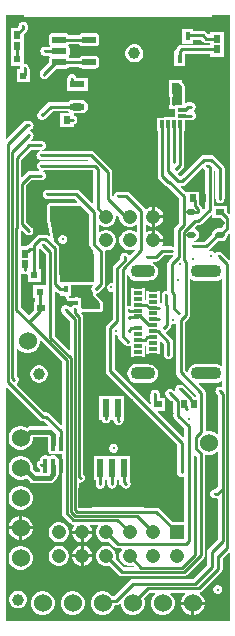
<source format=gbr>
%TF.GenerationSoftware,Altium Limited,Altium Designer,24.6.1 (21)*%
G04 Layer_Physical_Order=4*
G04 Layer_Color=16711680*
%FSLAX45Y45*%
%MOMM*%
%TF.SameCoordinates,189501FC-2F9B-42A0-9727-E85274D5E768*%
%TF.FilePolarity,Positive*%
%TF.FileFunction,Copper,L4,Bot,Signal*%
%TF.Part,Single*%
G01*
G75*
%TA.AperFunction,SMDPad,CuDef*%
%ADD11R,0.60000X0.70000*%
G04:AMPARAMS|DCode=12|XSize=1.21mm|YSize=0.59mm|CornerRadius=0.07375mm|HoleSize=0mm|Usage=FLASHONLY|Rotation=0.000|XOffset=0mm|YOffset=0mm|HoleType=Round|Shape=RoundedRectangle|*
%AMROUNDEDRECTD12*
21,1,1.21000,0.44250,0,0,0.0*
21,1,1.06250,0.59000,0,0,0.0*
1,1,0.14750,0.53125,-0.22125*
1,1,0.14750,-0.53125,-0.22125*
1,1,0.14750,-0.53125,0.22125*
1,1,0.14750,0.53125,0.22125*
%
%ADD12ROUNDEDRECTD12*%
%ADD20R,0.70000X0.60000*%
%ADD23R,0.60000X0.64000*%
%TA.AperFunction,Conductor*%
%ADD28C,0.25400*%
%ADD30C,0.50000*%
%TA.AperFunction,ComponentPad*%
%ADD32C,1.52400*%
%ADD33C,1.20800*%
%ADD34R,1.20800X1.20800*%
%ADD35O,2.60000X1.10000*%
%ADD36O,2.10000X1.10000*%
%TA.AperFunction,ViaPad*%
%ADD37C,1.52400*%
%ADD38C,0.25000*%
%TA.AperFunction,SMDPad,CuDef*%
%ADD39R,0.40000X0.60000*%
%AMCUSTOMSHAPE40*
4,1,20,1.17500,1.17500,1.17500,1.42500,0.77500,1.42500,0.77500,1.17500,0.52500,1.17500,0.52500,1.42500,0.12500,1.42500,0.12500,1.17500,-0.12500,1.17500,-0.12500,1.42500,-0.52500,1.42500,-0.52500,1.17500,-0.77500,1.17500,-0.77500,1.42500,-1.17500,1.42500,-1.17500,1.17500,-1.40000,1.17500,-1.40000,-1.17500,1.40000,-1.17500,1.40000,1.17500,1.17500,1.17500,0.0*%
%ADD40CUSTOMSHAPE40*%

%ADD41R,0.40000X0.75000*%
%ADD42O,0.80000X0.55000*%
%ADD43R,0.80000X0.55000*%
%ADD44O,1.30000X0.60000*%
%ADD45R,1.30000X0.60000*%
G04:AMPARAMS|DCode=46|XSize=1.24mm|YSize=0.4mm|CornerRadius=0.1mm|HoleSize=0mm|Usage=FLASHONLY|Rotation=270.000|XOffset=0mm|YOffset=0mm|HoleType=Round|Shape=RoundedRectangle|*
%AMROUNDEDRECTD46*
21,1,1.24000,0.20000,0,0,270.0*
21,1,1.04000,0.40000,0,0,270.0*
1,1,0.20000,-0.10000,-0.52000*
1,1,0.20000,-0.10000,0.52000*
1,1,0.20000,0.10000,0.52000*
1,1,0.20000,0.10000,-0.52000*
%
%ADD46ROUNDEDRECTD46*%
%TA.AperFunction,ConnectorPad*%
%ADD47R,0.70000X0.30000*%
%ADD48R,0.70000X1.00000*%
%TA.AperFunction,SMDPad,CuDef*%
%ADD49R,0.60000X1.55000*%
%ADD50R,1.20000X1.80000*%
%ADD51R,0.60000X0.60000*%
%ADD52C,1.00000*%
%ADD53R,0.70000X0.30000*%
%ADD54R,0.30000X0.70000*%
%TA.AperFunction,Conductor*%
%ADD55C,0.40000*%
G36*
X1875000Y3426697D02*
X1866685Y3423252D01*
X1852900Y3437038D01*
Y3487900D01*
X1740746D01*
Y3779817D01*
X1749746Y3784628D01*
X1751155Y3783686D01*
Y3549058D01*
X1752102Y3544299D01*
Y3541519D01*
X1753165Y3538951D01*
X1754112Y3534192D01*
X1756808Y3530158D01*
X1757872Y3527589D01*
X1759837Y3525623D01*
X1762533Y3521589D01*
X1766567Y3518894D01*
X1768533Y3516928D01*
X1771102Y3515864D01*
X1775136Y3513168D01*
X1779895Y3512222D01*
X1782463Y3511158D01*
X1785243D01*
X1790001Y3510211D01*
X1794760Y3511158D01*
X1797540D01*
X1800108Y3512222D01*
X1804867Y3513168D01*
X1808901Y3515864D01*
X1811470Y3516928D01*
X1813436Y3518894D01*
X1817470Y3521589D01*
X1820166Y3525623D01*
X1822131Y3527589D01*
X1823195Y3530158D01*
X1825891Y3534192D01*
X1826838Y3538951D01*
X1827901Y3541519D01*
Y3544299D01*
X1828848Y3549058D01*
Y3806558D01*
X1825891Y3821423D01*
X1817470Y3834026D01*
X1743428Y3908069D01*
X1730825Y3916490D01*
X1715959Y3919447D01*
X1656541D01*
X1641675Y3916490D01*
X1629072Y3908069D01*
X1460324Y3739320D01*
X1448117D01*
X1431545Y3755893D01*
X1431332Y3758020D01*
X1433421Y3766745D01*
X1434679Y3767586D01*
X1437248Y3768650D01*
X1439214Y3770616D01*
X1443248Y3773311D01*
X1477469Y3807532D01*
X1485890Y3820134D01*
X1488847Y3835000D01*
Y4122100D01*
X1490400D01*
Y4212100D01*
X1530400D01*
Y4213653D01*
X1547500D01*
X1552259Y4214600D01*
X1555039D01*
X1557607Y4215664D01*
X1562366Y4216611D01*
X1566400Y4219306D01*
X1568969Y4220370D01*
X1570935Y4222336D01*
X1574969Y4225031D01*
X1577664Y4229065D01*
X1579630Y4231031D01*
X1580694Y4233600D01*
X1583390Y4237634D01*
X1584336Y4242393D01*
X1585400Y4244961D01*
Y4247741D01*
X1586347Y4252500D01*
X1585400Y4257259D01*
Y4260039D01*
X1584336Y4262607D01*
X1583390Y4267366D01*
X1580694Y4271400D01*
X1579630Y4273969D01*
X1577664Y4275935D01*
X1574969Y4279969D01*
X1570935Y4282664D01*
X1568969Y4284630D01*
X1566900Y4285487D01*
X1566044Y4287606D01*
X1566416Y4294412D01*
X1567037Y4295938D01*
X1568435Y4297336D01*
X1572469Y4300032D01*
X1575164Y4304066D01*
X1577130Y4306032D01*
X1578194Y4308600D01*
X1580889Y4312634D01*
X1581836Y4317393D01*
X1582900Y4319961D01*
Y4322741D01*
X1583846Y4327500D01*
X1582900Y4332259D01*
Y4335039D01*
X1581836Y4337607D01*
X1580889Y4342366D01*
X1578194Y4346400D01*
X1577130Y4348969D01*
X1575164Y4350935D01*
X1572469Y4354969D01*
X1568435Y4357664D01*
X1566469Y4359630D01*
X1563900Y4360694D01*
X1559866Y4363390D01*
X1555107Y4364336D01*
X1552539Y4365400D01*
X1549759D01*
X1545000Y4366347D01*
X1515001D01*
X1500135Y4363390D01*
X1498835Y4362521D01*
X1490898Y4366764D01*
Y4505000D01*
X1488926Y4514910D01*
X1483313Y4523312D01*
X1466900Y4539725D01*
Y4552400D01*
X1447516D01*
X1442500Y4553398D01*
X1380000D01*
X1374984Y4552400D01*
X1356100D01*
Y4537450D01*
X1356074Y4537411D01*
X1354102Y4527500D01*
Y4432900D01*
X1356074Y4422989D01*
X1359600Y4417712D01*
Y4312100D01*
X1387898D01*
X1390400Y4311603D01*
X1409600D01*
Y4242900D01*
X1259600D01*
Y4237500D01*
Y4122100D01*
X1261153D01*
Y3742500D01*
X1264111Y3727634D01*
X1272531Y3715032D01*
X1322532Y3665032D01*
X1326566Y3662336D01*
X1328532Y3660370D01*
X1331100Y3659306D01*
X1335134Y3656611D01*
X1339276Y3655787D01*
X1443253Y3551810D01*
Y3343191D01*
X1412531Y3312469D01*
X1404110Y3299866D01*
X1401153Y3285000D01*
Y3150012D01*
X1399396Y3148162D01*
X1392153Y3143929D01*
X1390107Y3144336D01*
X1387539Y3145400D01*
X1384759D01*
X1380000Y3146347D01*
X1304932D01*
X1300641Y3151650D01*
X1299492Y3154925D01*
X1304953Y3164383D01*
X1310424Y3184800D01*
X1225000D01*
Y3197500D01*
X1212300D01*
Y3282924D01*
X1191882Y3277453D01*
X1172317Y3266157D01*
X1170661Y3264501D01*
X1162346Y3267945D01*
Y3327055D01*
X1170661Y3330500D01*
X1172317Y3328843D01*
X1191882Y3317547D01*
X1212300Y3312076D01*
Y3397500D01*
Y3482924D01*
X1191882Y3477453D01*
X1172317Y3466157D01*
X1166981Y3460821D01*
X1155548Y3462116D01*
X1150968Y3468969D01*
X1024189Y3595748D01*
X1011586Y3604169D01*
X996721Y3607126D01*
X925779D01*
X921021Y3606179D01*
X918241D01*
X915673Y3605116D01*
X910914Y3604169D01*
X906880Y3601474D01*
X904311Y3600410D01*
X902345Y3598444D01*
X898311Y3595748D01*
X895615Y3591714D01*
X893649Y3589748D01*
X892585Y3587180D01*
X889890Y3583145D01*
X888943Y3578387D01*
X887880Y3575819D01*
X887847Y3575811D01*
X878847Y3582982D01*
Y3772500D01*
X875890Y3787366D01*
X867469Y3799969D01*
X724969Y3942469D01*
X712366Y3950889D01*
X697500Y3953847D01*
X288631D01*
X286841Y3962847D01*
X287607Y3963164D01*
X292366Y3964110D01*
X296400Y3966806D01*
X298969Y3967870D01*
X300935Y3969836D01*
X304969Y3972531D01*
X307664Y3976565D01*
X309630Y3978531D01*
X310694Y3981100D01*
X313390Y3985134D01*
X314336Y3989893D01*
X315400Y3992461D01*
Y3995241D01*
X316347Y4000000D01*
X315400Y4004759D01*
Y4007539D01*
X314336Y4010107D01*
X313390Y4014866D01*
X310694Y4018900D01*
X309630Y4021468D01*
X307664Y4023434D01*
X304969Y4027468D01*
X300935Y4030164D01*
X298969Y4032130D01*
X296400Y4033194D01*
X292366Y4035889D01*
X287607Y4036836D01*
X285039Y4037900D01*
X282259D01*
X277500Y4038846D01*
X193643D01*
X190199Y4047161D01*
X200569Y4057531D01*
X203264Y4061565D01*
X205230Y4063531D01*
X206294Y4066100D01*
X208989Y4070134D01*
X209936Y4074893D01*
X211000Y4077461D01*
Y4080241D01*
X211946Y4085000D01*
X211000Y4089759D01*
Y4092538D01*
X209936Y4095107D01*
X208989Y4099866D01*
X206294Y4103900D01*
X205230Y4106468D01*
X203264Y4108434D01*
X200569Y4112468D01*
X196535Y4115164D01*
X194569Y4117130D01*
X192000Y4118194D01*
X187966Y4120889D01*
X186616Y4121158D01*
X180598Y4128724D01*
X180575Y4131900D01*
X180639Y4132100D01*
X183207Y4133164D01*
X187966Y4134111D01*
X192000Y4136806D01*
X194569Y4137870D01*
X196535Y4139836D01*
X200569Y4142531D01*
X203264Y4146565D01*
X205230Y4148531D01*
X206294Y4151100D01*
X208989Y4155134D01*
X209936Y4159893D01*
X211000Y4162461D01*
Y4165241D01*
X211946Y4170000D01*
X211000Y4174759D01*
Y4177539D01*
X209936Y4180107D01*
X208989Y4184866D01*
X206294Y4188900D01*
X205230Y4191469D01*
X203264Y4193435D01*
X200569Y4197469D01*
X196535Y4200164D01*
X194569Y4202130D01*
X192000Y4203194D01*
X187966Y4205889D01*
X183207Y4206836D01*
X180639Y4207900D01*
X177859D01*
X173100Y4208847D01*
X152500D01*
X137634Y4205889D01*
X125032Y4197469D01*
X-16685Y4055752D01*
X-25000Y4059196D01*
Y5105000D01*
X130096D01*
X131073Y5100089D01*
X136687Y5091687D01*
X145089Y5086073D01*
X154999Y5084102D01*
X1694999D01*
X1704910Y5086073D01*
X1713313Y5091688D01*
X1718926Y5100089D01*
X1719903Y5105000D01*
X1875000D01*
Y3426697D01*
D02*
G37*
G36*
X1465000Y4505000D02*
Y4342900D01*
X1409600D01*
Y4337500D01*
X1390400D01*
Y4432900D01*
X1380000D01*
Y4527500D01*
X1442500D01*
X1465000Y4505000D01*
D02*
G37*
G36*
X265659Y3952153D02*
X264893Y3951836D01*
X260134Y3950889D01*
X256100Y3948194D01*
X253531Y3947130D01*
X251565Y3945164D01*
X247531Y3942469D01*
X244836Y3938435D01*
X242870Y3936469D01*
X241806Y3933900D01*
X239111Y3929866D01*
X238164Y3925107D01*
X237100Y3922539D01*
Y3919759D01*
X236153Y3915000D01*
X237100Y3910241D01*
Y3907461D01*
X238164Y3904893D01*
X239111Y3900134D01*
X241806Y3896100D01*
X242870Y3893531D01*
X244836Y3891565D01*
X247531Y3887531D01*
X251565Y3884836D01*
X253531Y3882870D01*
X256100Y3881806D01*
X260134Y3879111D01*
X264893Y3878164D01*
X267461Y3877100D01*
X270241D01*
X275000Y3876154D01*
X673778D01*
X674317Y3875347D01*
X669507Y3866347D01*
X277500D01*
X272741Y3865400D01*
X269961D01*
X267393Y3864336D01*
X262634Y3863390D01*
X258600Y3860694D01*
X256031Y3859630D01*
X254066Y3857664D01*
X250032Y3854969D01*
X247336Y3850935D01*
X245370Y3848969D01*
X244306Y3846400D01*
X241611Y3842366D01*
X240664Y3837607D01*
X239600Y3835039D01*
Y3832259D01*
X238654Y3827500D01*
X239600Y3822741D01*
Y3819961D01*
X240664Y3817393D01*
X241611Y3812634D01*
X244306Y3808600D01*
X245370Y3806032D01*
X247336Y3804066D01*
X250032Y3800032D01*
X254066Y3797336D01*
X256031Y3795370D01*
X258600Y3794306D01*
X260785Y3792846D01*
X259047Y3783846D01*
X180000D01*
X165134Y3780889D01*
X152531Y3772468D01*
X114661Y3734599D01*
X106346Y3738043D01*
Y3878909D01*
X188590Y3961153D01*
X263869D01*
X265659Y3952153D01*
D02*
G37*
G36*
X716154Y3786409D02*
Y3512343D01*
X707839Y3508899D01*
X601769Y3614969D01*
X589166Y3623390D01*
X574300Y3626347D01*
X327500D01*
X322741Y3625400D01*
X319961D01*
X317393Y3624336D01*
X312634Y3623390D01*
X308600Y3620694D01*
X306031Y3619630D01*
X304065Y3617664D01*
X300031Y3614969D01*
X297336Y3610935D01*
X295370Y3608969D01*
X294306Y3606400D01*
X291611Y3602366D01*
X290664Y3597607D01*
X289600Y3595039D01*
Y3592259D01*
X288653Y3587500D01*
X289600Y3582741D01*
Y3579961D01*
X290664Y3577393D01*
X291611Y3572634D01*
X294306Y3568600D01*
X295370Y3566031D01*
X297336Y3564066D01*
X300031Y3560031D01*
X304065Y3557336D01*
X306031Y3555370D01*
X308600Y3554306D01*
X312634Y3551611D01*
X317393Y3550664D01*
X319961Y3549600D01*
X322741D01*
X327500Y3548654D01*
X558209D01*
X582651Y3524212D01*
X579207Y3515897D01*
X352500D01*
X342589Y3513926D01*
X334188Y3508312D01*
X328574Y3499910D01*
X326602Y3490000D01*
Y3375000D01*
X327020Y3372902D01*
X326951Y3370762D01*
X349331Y3235843D01*
X341327Y3231728D01*
X338707Y3234348D01*
X326105Y3242769D01*
X311239Y3245726D01*
X269321D01*
X254455Y3242769D01*
X241852Y3234348D01*
X188781Y3181278D01*
X180361Y3168675D01*
X179132Y3162497D01*
X178650D01*
X163784Y3159540D01*
X151181Y3151119D01*
X145462Y3145400D01*
X105747D01*
Y3278157D01*
X114061Y3281602D01*
X145631Y3250031D01*
X149665Y3247336D01*
X151631Y3245370D01*
X154200Y3244306D01*
X158234Y3241610D01*
X162993Y3240664D01*
X165561Y3239600D01*
X168342D01*
X173100Y3238654D01*
X177858Y3239600D01*
X180639D01*
X183207Y3240664D01*
X187966Y3241610D01*
X192000Y3244306D01*
X194569Y3245370D01*
X196535Y3247336D01*
X200569Y3250031D01*
X203264Y3254065D01*
X205230Y3256031D01*
X206294Y3258600D01*
X208989Y3262634D01*
X209936Y3267392D01*
X211000Y3269961D01*
Y3272742D01*
X211946Y3277500D01*
X211000Y3282258D01*
Y3285039D01*
X209936Y3287607D01*
X208989Y3292366D01*
X206294Y3296400D01*
X205230Y3298969D01*
X203264Y3300934D01*
X200569Y3304968D01*
X151346Y3354191D01*
Y3661409D01*
X196091Y3706153D01*
X277500D01*
X282259Y3707100D01*
X285039D01*
X287607Y3708164D01*
X292366Y3709110D01*
X296400Y3711806D01*
X298969Y3712870D01*
X300935Y3714836D01*
X304969Y3717531D01*
X307664Y3721565D01*
X309630Y3723531D01*
X310694Y3726100D01*
X313390Y3730134D01*
X314336Y3734893D01*
X315400Y3737461D01*
Y3740241D01*
X316347Y3745000D01*
X315400Y3749759D01*
Y3752539D01*
X314336Y3755107D01*
X313390Y3759866D01*
X310694Y3763900D01*
X309630Y3766468D01*
X307664Y3768434D01*
X304969Y3772468D01*
X300935Y3775164D01*
X298969Y3777130D01*
X296400Y3778194D01*
X294215Y3779654D01*
X295953Y3788654D01*
X713909D01*
X716154Y3786409D01*
D02*
G37*
G36*
X1648472Y3804865D02*
X1650031Y3802531D01*
X1654066Y3799836D01*
X1656031Y3797870D01*
X1658600Y3796806D01*
X1662634Y3794111D01*
X1663053Y3794027D01*
Y3471431D01*
X1653449Y3461826D01*
X1643683Y3464789D01*
X1641789Y3474308D01*
X1633369Y3486910D01*
X1614646Y3505633D01*
Y3535200D01*
X1613900Y3538953D01*
Y3609900D01*
X1503100D01*
X1503100Y3609900D01*
Y3609900D01*
X1494397Y3610541D01*
X1457098Y3647839D01*
X1460543Y3656153D01*
X1470941D01*
X1485807Y3659111D01*
X1498409Y3667531D01*
X1636736Y3805858D01*
X1640788Y3807112D01*
X1648472Y3804865D01*
D02*
G37*
G36*
X939200Y3390863D02*
Y3386204D01*
X945047Y3364383D01*
X956343Y3344818D01*
X972317Y3328843D01*
X991882Y3317547D01*
X1013704Y3311700D01*
X1036296D01*
X1058117Y3317547D01*
X1075653Y3327672D01*
X1084653Y3324269D01*
Y3270731D01*
X1075653Y3267328D01*
X1058117Y3277453D01*
X1036296Y3283300D01*
X1013704D01*
X991882Y3277453D01*
X972317Y3266157D01*
X956343Y3250182D01*
X945047Y3230618D01*
X939200Y3208796D01*
Y3186204D01*
X945047Y3164383D01*
X956343Y3144818D01*
X972317Y3128843D01*
X991882Y3117547D01*
X1013704Y3111700D01*
X1036296D01*
X1058117Y3117547D01*
X1062292Y3119958D01*
X1067819Y3112756D01*
X1028631Y3073568D01*
X1021037Y3073810D01*
X1017620Y3075285D01*
X1017130Y3076469D01*
X1015164Y3078435D01*
X1012469Y3082469D01*
X1008435Y3085164D01*
X1006469Y3087130D01*
X1003900Y3088194D01*
X999866Y3090889D01*
X995107Y3091836D01*
X992539Y3092900D01*
X989759D01*
X985000Y3093846D01*
X980241Y3092900D01*
X977461D01*
X974893Y3091836D01*
X970134Y3090889D01*
X966100Y3088194D01*
X963531Y3087130D01*
X961566Y3085164D01*
X957531Y3082469D01*
X954836Y3078435D01*
X952870Y3076469D01*
X951806Y3073900D01*
X949111Y3069866D01*
X948164Y3065107D01*
X947100Y3062539D01*
Y3059759D01*
X946154Y3055000D01*
Y3039740D01*
X893132Y2986718D01*
X884711Y2974115D01*
X881754Y2959249D01*
Y2838676D01*
X877539Y2835860D01*
X862461D01*
X848531Y2830090D01*
X837870Y2819429D01*
X832100Y2805499D01*
Y2790421D01*
X837870Y2776492D01*
X848531Y2765830D01*
X862461Y2760060D01*
X877539D01*
X881754Y2757244D01*
Y2528250D01*
X834431Y2480928D01*
X826011Y2468325D01*
X823053Y2453459D01*
Y2089910D01*
X826011Y2075044D01*
X834431Y2062442D01*
X1428653Y1468219D01*
Y1245067D01*
X1428164Y1242607D01*
X1427100Y1240039D01*
Y1237259D01*
X1426154Y1232500D01*
X1427100Y1227741D01*
Y1224961D01*
X1428164Y1222393D01*
X1429111Y1217634D01*
X1431806Y1213600D01*
X1432870Y1211031D01*
X1434836Y1209065D01*
X1437532Y1205031D01*
X1441566Y1202336D01*
X1443532Y1200370D01*
X1446100Y1199306D01*
X1450134Y1196611D01*
X1454893Y1195664D01*
X1457461Y1194600D01*
X1460241D01*
X1465000Y1193653D01*
X1469759Y1194600D01*
X1472539D01*
X1475107Y1195664D01*
X1475654Y1195773D01*
X1483857Y1190338D01*
X1484655Y1189085D01*
Y810800D01*
X1394138D01*
X1279805Y925133D01*
X1267203Y933554D01*
X1252337Y936511D01*
X598444D01*
Y1139499D01*
X599264Y1140911D01*
X607444Y1146284D01*
X608100Y1146153D01*
X610400D01*
X615159Y1147100D01*
X617939D01*
X620507Y1148164D01*
X625266Y1149110D01*
X629300Y1151806D01*
X631869Y1152870D01*
X633835Y1154836D01*
X637869Y1157531D01*
X640564Y1161565D01*
X642530Y1163531D01*
X643594Y1166100D01*
X646290Y1170134D01*
X647236Y1174893D01*
X648300Y1177461D01*
Y1180241D01*
X649247Y1185000D01*
X648300Y1189759D01*
Y1192539D01*
X647236Y1195107D01*
X646290Y1199866D01*
X643594Y1203900D01*
X642530Y1206469D01*
X640564Y1208434D01*
X637869Y1212468D01*
X633847Y1215156D01*
Y2545785D01*
X630890Y2560650D01*
X622469Y2573253D01*
X616010Y2579711D01*
X620444Y2588006D01*
X627500Y2586602D01*
X772500D01*
X782411Y2588574D01*
X790812Y2594188D01*
X796426Y2602589D01*
X798398Y2612500D01*
Y2660388D01*
X796426Y2670298D01*
X792686Y2679328D01*
X791425Y2685667D01*
X785811Y2694069D01*
X742556Y2737324D01*
X743876Y2744302D01*
X745749Y2746859D01*
X747139D01*
X749707Y2747923D01*
X754466Y2748870D01*
X758500Y2751565D01*
X761069Y2752629D01*
X763035Y2754595D01*
X767069Y2757290D01*
X805968Y2796189D01*
X814389Y2808792D01*
X817346Y2823658D01*
Y3104701D01*
X817337Y3104743D01*
X823047Y3111700D01*
X836296D01*
X858117Y3117547D01*
X877682Y3128843D01*
X893657Y3144818D01*
X904953Y3164383D01*
X910800Y3186204D01*
Y3208796D01*
X904953Y3230618D01*
X893657Y3250182D01*
X877682Y3266157D01*
X858117Y3277453D01*
X836296Y3283300D01*
X813704D01*
X791882Y3277453D01*
X772317Y3266157D01*
X770661Y3264501D01*
X762346Y3267945D01*
Y3327055D01*
X770661Y3330500D01*
X772317Y3328843D01*
X791882Y3317547D01*
X813704Y3311700D01*
X836296D01*
X858117Y3317547D01*
X877682Y3328843D01*
X893657Y3344818D01*
X904953Y3364383D01*
X910800Y3386204D01*
Y3406535D01*
X918762Y3411301D01*
X939200Y3390863D01*
D02*
G37*
G36*
X1722100Y3408845D02*
Y3382100D01*
X1797963D01*
X1814054Y3366009D01*
Y3313991D01*
X1798999Y3298936D01*
X1775000D01*
X1754359Y3294831D01*
X1736861Y3283139D01*
X1725170Y3265641D01*
X1721313Y3246250D01*
X1658909Y3183847D01*
X1569848D01*
X1568962Y3192847D01*
X1580641Y3195170D01*
X1598139Y3206862D01*
X1609831Y3224360D01*
X1613936Y3245000D01*
X1609831Y3265641D01*
X1598139Y3283139D01*
X1580641Y3294831D01*
X1576921Y3295570D01*
X1574308Y3304183D01*
X1592405Y3322280D01*
X1607686D01*
X1622551Y3325237D01*
X1635154Y3333658D01*
X1713785Y3412289D01*
X1722100Y3408845D01*
D02*
G37*
G36*
X1875000Y3253304D02*
Y3035165D01*
X1866000Y3031437D01*
X1804968Y3092469D01*
X1800934Y3095164D01*
X1798968Y3097130D01*
X1796400Y3098194D01*
X1792366Y3100889D01*
X1787607Y3101836D01*
X1785039Y3102900D01*
X1782259D01*
X1777500Y3103846D01*
X1772741Y3102900D01*
X1769961D01*
X1767393Y3101836D01*
X1762634Y3100889D01*
X1758600Y3098194D01*
X1756031Y3097130D01*
X1754065Y3095164D01*
X1750031Y3092469D01*
X1740979Y3095120D01*
X1736469Y3099630D01*
X1722539Y3105400D01*
X1708159D01*
X1707234Y3105573D01*
X1699158Y3111702D01*
Y3115320D01*
X1702469Y3117531D01*
X1776001Y3191064D01*
X1800000D01*
X1820641Y3195170D01*
X1838139Y3206862D01*
X1849831Y3224360D01*
X1853688Y3243750D01*
X1866685Y3256748D01*
X1875000Y3253304D01*
D02*
G37*
G36*
X1806953Y2867434D02*
Y2137566D01*
X1797953Y2133128D01*
X1788047Y2140729D01*
X1768489Y2148830D01*
X1747500Y2151594D01*
X1597500D01*
X1576511Y2148830D01*
X1556953Y2140729D01*
X1540158Y2127842D01*
X1527271Y2111047D01*
X1519170Y2091489D01*
X1518243Y2084447D01*
X1509720Y2081554D01*
X1495746Y2095528D01*
Y2508508D01*
X1528069Y2540830D01*
X1536489Y2553433D01*
X1539447Y2568298D01*
Y2866360D01*
X1548446Y2870798D01*
X1556953Y2864271D01*
X1576511Y2856170D01*
X1597500Y2853406D01*
X1747500D01*
X1768489Y2856170D01*
X1788047Y2864271D01*
X1797953Y2871872D01*
X1806953Y2867434D01*
D02*
G37*
G36*
X1392851Y3062749D02*
X1393083Y3062079D01*
X1354431Y3023428D01*
X1346011Y3010825D01*
X1343053Y2995959D01*
Y2779339D01*
X1337100Y2771347D01*
X1332341Y2770400D01*
X1329561D01*
X1326993Y2769336D01*
X1322234Y2768389D01*
X1318200Y2765694D01*
X1315631Y2764630D01*
X1313665Y2762664D01*
X1309631Y2759969D01*
X1306936Y2755935D01*
X1304970Y2753969D01*
X1303906Y2751400D01*
X1301211Y2747366D01*
X1300264Y2742607D01*
X1299200Y2740039D01*
Y2737259D01*
X1298253Y2732500D01*
Y2674958D01*
X1289253Y2669649D01*
X1285900Y2671502D01*
Y2767900D01*
X1165100D01*
Y2700657D01*
X1156100Y2692723D01*
X1155900Y2692749D01*
Y2792900D01*
X1035100D01*
Y2712100D01*
Y2641347D01*
X1023845D01*
X1023139Y2641639D01*
X1020359D01*
X1015600Y2642586D01*
X1012847Y2642038D01*
X1005825Y2645883D01*
X1003847Y2649635D01*
Y2900430D01*
X1012847Y2902220D01*
X1016271Y2893953D01*
X1029158Y2877158D01*
X1045953Y2864271D01*
X1065511Y2856170D01*
X1086500Y2853406D01*
X1186500D01*
X1207489Y2856170D01*
X1227047Y2864271D01*
X1243842Y2877158D01*
X1256729Y2893953D01*
X1264831Y2913511D01*
X1267594Y2934500D01*
X1264831Y2955488D01*
X1256729Y2975047D01*
X1243842Y2991842D01*
X1227047Y3004729D01*
X1221194Y3007153D01*
X1222984Y3016153D01*
X1250000D01*
X1264866Y3019111D01*
X1277469Y3027531D01*
X1318591Y3068654D01*
X1380000D01*
X1384759Y3069600D01*
X1387539D01*
X1388114Y3069838D01*
X1392851Y3062749D01*
D02*
G37*
G36*
X684653Y3422209D02*
Y3159700D01*
X687611Y3144834D01*
X696031Y3132231D01*
X717955Y3110308D01*
X719950Y2853889D01*
X713611Y2847500D01*
X440000D01*
X428247Y2918356D01*
Y3128718D01*
X425289Y3143584D01*
X416869Y3156187D01*
X383213Y3189842D01*
X352500Y3375000D01*
Y3490000D01*
X616863D01*
X684653Y3422209D01*
D02*
G37*
G36*
X266845Y3126115D02*
X268811Y3124149D01*
X271380Y3123085D01*
X273181Y3121882D01*
X316154Y3078909D01*
Y2816650D01*
X210850D01*
Y2705850D01*
X227403D01*
Y2677900D01*
X212100D01*
Y2602037D01*
X170676Y2560613D01*
X105747Y2625542D01*
Y2631250D01*
Y2791250D01*
Y2914565D01*
X107250Y2915776D01*
X114747Y2918551D01*
X116565Y2917336D01*
X118531Y2915370D01*
X121100Y2914306D01*
X125134Y2911611D01*
X129893Y2910664D01*
X132461Y2909600D01*
X135241D01*
X140000Y2908654D01*
X144759Y2909600D01*
X147539D01*
X150107Y2910664D01*
X151850Y2911011D01*
X159325Y2906524D01*
X160850Y2904785D01*
Y2845850D01*
X271650D01*
Y2956650D01*
X255097D01*
Y3124157D01*
X258967Y3126492D01*
X264096Y3127952D01*
X266845Y3126115D01*
D02*
G37*
G36*
X407304Y2755031D02*
X419906Y2746610D01*
X434772Y2743653D01*
X437100D01*
Y2727100D01*
X480957D01*
X487195Y2720613D01*
X486877Y2712502D01*
X486917Y2712247D01*
X486862Y2711995D01*
X487708Y2707258D01*
X488459Y2702522D01*
X488593Y2702302D01*
X488639Y2702047D01*
X491231Y2697998D01*
X493739Y2693906D01*
X493948Y2693755D01*
X494087Y2693537D01*
X500325Y2687050D01*
X500537Y2686902D01*
X500680Y2686688D01*
X504675Y2684018D01*
X508615Y2681273D01*
X508867Y2681217D01*
X509082Y2681074D01*
X513791Y2680137D01*
X518485Y2679107D01*
X518740Y2679153D01*
X518993Y2679102D01*
X547101D01*
X557011Y2681074D01*
X565386Y2686670D01*
X569813Y2688503D01*
X574588D01*
X579014Y2686670D01*
X584202Y2683203D01*
Y2669223D01*
X584102Y2668721D01*
Y2654712D01*
X581920Y2652664D01*
X575102Y2648840D01*
X572607Y2649336D01*
X570039Y2650400D01*
X567259D01*
X562500Y2651346D01*
X557741Y2650400D01*
X554961D01*
X552393Y2649336D01*
X547634Y2648389D01*
X543600Y2645694D01*
X541031Y2644630D01*
X539065Y2642664D01*
X535031Y2639969D01*
X532336Y2635935D01*
X530370Y2633969D01*
X529306Y2631400D01*
X528944Y2630857D01*
X519417Y2628890D01*
X517851Y2629222D01*
X509969Y2637104D01*
X505935Y2639800D01*
X503969Y2641766D01*
X501400Y2642830D01*
X497366Y2645525D01*
X492607Y2646472D01*
X490039Y2647535D01*
X487259D01*
X482500Y2648482D01*
X477741Y2647535D01*
X474961D01*
X472393Y2646472D01*
X467634Y2645525D01*
X463600Y2642830D01*
X461032Y2641766D01*
X459066Y2639800D01*
X455032Y2637104D01*
X452336Y2633070D01*
X450370Y2631104D01*
X449306Y2628536D01*
X446611Y2624501D01*
X445664Y2619743D01*
X444600Y2617174D01*
Y2614395D01*
X443654Y2609636D01*
X444600Y2604877D01*
Y2602097D01*
X445664Y2599529D01*
X446611Y2594770D01*
X449306Y2590736D01*
X450370Y2588167D01*
X452336Y2586201D01*
X455032Y2582167D01*
X520954Y2516245D01*
Y2270742D01*
X512639Y2267298D01*
X393847Y2386091D01*
Y2756730D01*
X402161Y2760174D01*
X407304Y2755031D01*
D02*
G37*
G36*
X712101Y2812182D02*
X709436Y2808194D01*
X707470Y2806228D01*
X706406Y2803659D01*
X703711Y2799625D01*
X702764Y2794866D01*
X701700Y2792298D01*
Y2789518D01*
X700754Y2784759D01*
X701700Y2780000D01*
Y2777220D01*
X702764Y2774652D01*
X703711Y2769893D01*
X706406Y2765859D01*
X707470Y2763290D01*
X709436Y2761324D01*
X712101Y2757336D01*
Y2731154D01*
X767499Y2675756D01*
Y2672461D01*
X772500Y2660388D01*
Y2612500D01*
X627500D01*
X610000Y2630000D01*
Y2668721D01*
X610100Y2668962D01*
Y2684040D01*
X610000Y2684281D01*
Y2705000D01*
X597300D01*
X593669Y2708631D01*
X579739Y2714401D01*
X564661D01*
X550731Y2708631D01*
X547101Y2705000D01*
X518993D01*
X512755Y2711487D01*
X513367Y2727100D01*
X527900D01*
Y2821602D01*
X712101D01*
Y2812182D01*
D02*
G37*
G36*
X452154Y2169260D02*
Y1637042D01*
X443839Y1633598D01*
X347468Y1729969D01*
X334866Y1738389D01*
X320000Y1741347D01*
X303591D01*
X68946Y1975991D01*
X68969Y1985370D01*
X70935Y1987336D01*
X74969Y1990031D01*
X77664Y1994065D01*
X79630Y1996031D01*
X80694Y1998600D01*
X83389Y2002634D01*
X84336Y2007392D01*
X85400Y2009961D01*
Y2012742D01*
X86346Y2017500D01*
X85400Y2022258D01*
Y2025039D01*
X84336Y2027607D01*
X83389Y2032366D01*
X80694Y2036400D01*
X79630Y2038968D01*
X77664Y2040934D01*
X74969Y2044968D01*
X71347Y2048591D01*
Y2276506D01*
X80347Y2278269D01*
X98016Y2260600D01*
X121184Y2247224D01*
X147024Y2240300D01*
X173776D01*
X199616Y2247224D01*
X222784Y2260600D01*
X241700Y2279516D01*
X255076Y2302684D01*
X262000Y2328524D01*
Y2346686D01*
X271000Y2350414D01*
X452154Y2169260D01*
D02*
G37*
G36*
X1418053Y2485196D02*
Y2079437D01*
X1421010Y2064571D01*
X1429431Y2051968D01*
X1590553Y1890846D01*
Y1867400D01*
X1577281D01*
X1568868Y1879990D01*
X1486389Y1962469D01*
X1473787Y1970889D01*
X1458921Y1973846D01*
X1447500D01*
X1442741Y1972900D01*
X1439961D01*
X1437393Y1971836D01*
X1432634Y1970889D01*
X1428600Y1968194D01*
X1426031Y1967130D01*
X1424065Y1965164D01*
X1420031Y1962469D01*
X1417336Y1958434D01*
X1415370Y1956469D01*
X1414306Y1953900D01*
X1411611Y1949866D01*
X1410664Y1945107D01*
X1409600Y1942539D01*
Y1939759D01*
X1408654Y1935000D01*
X1409600Y1930241D01*
Y1927461D01*
X1410664Y1924893D01*
X1411153Y1922433D01*
X1403394Y1917464D01*
X1393390Y1927469D01*
X1386579Y1932019D01*
X1386469Y1932130D01*
X1386324Y1932190D01*
X1380787Y1935889D01*
X1374256Y1937189D01*
X1372539Y1937900D01*
X1370680D01*
X1365921Y1938847D01*
X1365000D01*
X1360241Y1937900D01*
X1357461D01*
X1354893Y1936836D01*
X1350134Y1935889D01*
X1346100Y1933194D01*
X1343531Y1932130D01*
X1341566Y1930164D01*
X1337531Y1927469D01*
X1334836Y1923435D01*
X1332870Y1921469D01*
X1331806Y1918900D01*
X1329111Y1914866D01*
X1328164Y1910107D01*
X1327100Y1907539D01*
Y1904759D01*
X1326154Y1900000D01*
X1327100Y1895241D01*
Y1892461D01*
X1328164Y1889893D01*
X1329111Y1885134D01*
X1331806Y1881100D01*
X1332870Y1878531D01*
X1334836Y1876565D01*
X1337531Y1872531D01*
X1340308Y1870676D01*
X1391753Y1819231D01*
Y1767479D01*
X1394710Y1752613D01*
X1396362Y1750141D01*
Y1710732D01*
X1399319Y1695867D01*
X1407740Y1683264D01*
X1484655Y1606349D01*
Y1533852D01*
X1476340Y1530408D01*
X1262962Y1743785D01*
X1266406Y1752100D01*
X1327900D01*
Y1862900D01*
X1278847D01*
Y1895000D01*
X1277900Y1899759D01*
Y1902539D01*
X1276836Y1905107D01*
X1275889Y1909866D01*
X1273194Y1913900D01*
X1272130Y1916469D01*
X1270164Y1918435D01*
X1267469Y1922469D01*
X1263435Y1925164D01*
X1261469Y1927130D01*
X1258900Y1928194D01*
X1254866Y1930889D01*
X1250107Y1931836D01*
X1247539Y1932900D01*
X1244759D01*
X1240000Y1933847D01*
X1235241Y1932900D01*
X1232461D01*
X1229893Y1931836D01*
X1225134Y1930889D01*
X1221100Y1928194D01*
X1218531Y1927130D01*
X1216566Y1925164D01*
X1212531Y1922469D01*
X1209836Y1918435D01*
X1207870Y1916469D01*
X1206806Y1913900D01*
X1204111Y1909866D01*
X1203164Y1905107D01*
X1202100Y1902539D01*
Y1899759D01*
X1201154Y1895000D01*
Y1835000D01*
X1204111Y1820134D01*
X1204387Y1819721D01*
X1203470Y1816006D01*
X1193515Y1813233D01*
X900746Y2106001D01*
Y2391784D01*
X904962Y2394600D01*
X920039D01*
X926154Y2390514D01*
Y2387499D01*
X929111Y2372634D01*
X937532Y2360031D01*
X985031Y2312531D01*
X989066Y2309835D01*
X991031Y2307870D01*
X993599Y2306806D01*
X997634Y2304110D01*
X1002394Y2303163D01*
X1004961Y2302100D01*
X1007739D01*
X1012500Y2301153D01*
X1017260Y2302100D01*
X1020039D01*
X1022606Y2303163D01*
X1026100Y2303858D01*
X1029523Y2302533D01*
X1035100Y2298454D01*
Y2212100D01*
X1155900D01*
Y2307516D01*
X1156100Y2307611D01*
X1165100Y2301911D01*
Y2237100D01*
X1285900D01*
Y2335356D01*
X1292578Y2339866D01*
X1293667Y2340317D01*
X1313653Y2320330D01*
Y2230000D01*
X1314600Y2225241D01*
Y2222461D01*
X1315664Y2219893D01*
X1316611Y2215134D01*
X1319306Y2211100D01*
X1320370Y2208532D01*
X1322336Y2206566D01*
X1325031Y2202532D01*
X1329065Y2199836D01*
X1331031Y2197870D01*
X1333600Y2196806D01*
X1337634Y2194111D01*
X1342393Y2193164D01*
X1344961Y2192100D01*
X1347741D01*
X1352500Y2191154D01*
X1357259Y2192100D01*
X1360039D01*
X1362607Y2193164D01*
X1367366Y2194111D01*
X1371400Y2196806D01*
X1373969Y2197870D01*
X1375935Y2199836D01*
X1379969Y2202532D01*
X1382664Y2206566D01*
X1384630Y2208532D01*
X1385694Y2211100D01*
X1388389Y2215134D01*
X1389336Y2219893D01*
X1390400Y2222461D01*
Y2225241D01*
X1391346Y2230000D01*
Y2336421D01*
X1388389Y2351287D01*
X1379969Y2363890D01*
X1333666Y2410193D01*
X1333385Y2412114D01*
X1335429Y2421157D01*
X1336400Y2421806D01*
X1338969Y2422870D01*
X1340935Y2424836D01*
X1344969Y2427531D01*
X1368069Y2450631D01*
X1376489Y2463234D01*
X1379447Y2478100D01*
Y2483415D01*
X1384961Y2487100D01*
X1400039D01*
X1409053Y2490834D01*
X1418053Y2485196D01*
D02*
G37*
G36*
X1806953Y2003434D02*
Y1964495D01*
X1802866Y1959923D01*
X1797953Y1957728D01*
X1797539Y1957900D01*
X1794759D01*
X1790000Y1958846D01*
X1785241Y1957900D01*
X1782461D01*
X1779893Y1956836D01*
X1775134Y1955889D01*
X1771100Y1953194D01*
X1768531Y1952130D01*
X1766565Y1950164D01*
X1762531Y1947469D01*
X1759836Y1943435D01*
X1757870Y1941469D01*
X1756806Y1938900D01*
X1754111Y1934866D01*
X1753164Y1930107D01*
X1752100Y1927539D01*
Y1924759D01*
X1751153Y1920000D01*
X1752100Y1915241D01*
Y1912461D01*
X1753164Y1909893D01*
X1754111Y1905134D01*
X1756806Y1901100D01*
X1757870Y1898531D01*
X1759836Y1896565D01*
X1762531Y1892531D01*
X1772553Y1882509D01*
Y1562690D01*
X1764239Y1559246D01*
X1759484Y1564000D01*
X1736316Y1577376D01*
X1710476Y1584300D01*
X1683724D01*
X1675387Y1582066D01*
X1668246Y1587545D01*
Y1906937D01*
X1665289Y1921803D01*
X1656869Y1934406D01*
X1610182Y1981092D01*
X1613626Y1989406D01*
X1747500D01*
X1768489Y1992170D01*
X1788047Y2000271D01*
X1797953Y2007873D01*
X1806953Y2003434D01*
D02*
G37*
G36*
X260031Y1675031D02*
X272634Y1666611D01*
X287500Y1663654D01*
X303909D01*
X335459Y1632104D01*
X332014Y1623789D01*
X182811D01*
X182809Y1623790D01*
X165095Y1620266D01*
X152564Y1611893D01*
X140816Y1618676D01*
X114976Y1625600D01*
X88224D01*
X62384Y1618676D01*
X39216Y1605300D01*
X20300Y1586384D01*
X6924Y1563216D01*
X0Y1537376D01*
Y1510624D01*
X6924Y1484784D01*
X20300Y1461616D01*
X39216Y1442700D01*
X62384Y1429324D01*
X88224Y1422400D01*
X114976D01*
X140816Y1429324D01*
X163984Y1442700D01*
X182900Y1461616D01*
X196276Y1484784D01*
X203200Y1510624D01*
Y1531211D01*
X329037D01*
X331211Y1529037D01*
Y1475000D01*
X331407Y1474014D01*
Y1423000D01*
X334154Y1409188D01*
X341978Y1397478D01*
X353688Y1389654D01*
X367500Y1386907D01*
X387500D01*
X401312Y1389654D01*
X410000Y1395459D01*
X418688Y1389654D01*
X432500Y1386907D01*
X452154D01*
Y1182357D01*
X451951Y1181338D01*
Y885976D01*
X454908Y871111D01*
X463329Y858508D01*
X520441Y801396D01*
X533044Y792975D01*
X547910Y790018D01*
X556919D01*
X560364Y781703D01*
X556343Y777682D01*
X545047Y758118D01*
X539577Y737701D01*
X625001D01*
X710424D01*
X704953Y758118D01*
X693657Y777682D01*
X689636Y781703D01*
X693081Y790018D01*
X756920D01*
X760364Y781703D01*
X756344Y777682D01*
X745048Y758118D01*
X739201Y736296D01*
Y713704D01*
X745048Y691883D01*
X756344Y672318D01*
X772318Y656343D01*
X791883Y645047D01*
X813705Y639200D01*
X836297D01*
X851729Y643335D01*
X896032Y599031D01*
X908635Y590610D01*
X923501Y587653D01*
X954556D01*
X958000Y579339D01*
X956344Y577682D01*
X945048Y558118D01*
X939201Y536296D01*
Y513704D01*
X945048Y491882D01*
X956344Y472318D01*
X972319Y456343D01*
X991883Y445047D01*
X1013705Y439200D01*
X1036297D01*
X1051729Y443335D01*
X1057903Y437161D01*
X1054458Y428846D01*
X976092D01*
X906666Y498272D01*
X910801Y513704D01*
Y536296D01*
X904954Y558118D01*
X893658Y577682D01*
X877683Y593657D01*
X858118Y604953D01*
X836297Y610800D01*
X813705D01*
X791883Y604953D01*
X772318Y593657D01*
X756344Y577682D01*
X745048Y558118D01*
X739201Y536296D01*
Y513704D01*
X745048Y491882D01*
X756344Y472318D01*
X772318Y456343D01*
X791883Y445047D01*
X813705Y439200D01*
X836297D01*
X851729Y443335D01*
X932532Y362531D01*
X945135Y354111D01*
X960001Y351153D01*
X1482500D01*
X1497366Y354111D01*
X1509969Y362531D01*
X1654968Y507531D01*
X1663389Y520134D01*
X1666346Y535000D01*
Y1378365D01*
X1673487Y1383843D01*
X1683724Y1381100D01*
X1710476D01*
X1736316Y1388024D01*
X1759484Y1401400D01*
X1764239Y1406155D01*
X1772553Y1402710D01*
Y1109991D01*
X1751409Y1088846D01*
X1745000D01*
X1740241Y1087900D01*
X1737461D01*
X1734893Y1086836D01*
X1730134Y1085889D01*
X1726100Y1083194D01*
X1723531Y1082130D01*
X1721566Y1080164D01*
X1717531Y1077469D01*
X1714836Y1073434D01*
X1712870Y1071469D01*
X1711806Y1068900D01*
X1709111Y1064866D01*
X1708164Y1060107D01*
X1707100Y1057539D01*
Y1054759D01*
X1706154Y1050000D01*
X1707100Y1045241D01*
Y1042461D01*
X1708164Y1039893D01*
X1709111Y1035134D01*
X1711806Y1031100D01*
X1712870Y1028531D01*
X1714836Y1026565D01*
X1717531Y1022531D01*
X1721566Y1019836D01*
X1723531Y1017870D01*
X1726100Y1016806D01*
X1730134Y1014110D01*
X1734893Y1013164D01*
X1737461Y1012100D01*
X1740241D01*
X1745000Y1011153D01*
X1767500D01*
X1772553Y1007006D01*
Y664991D01*
X1692532Y584969D01*
X1684111Y572366D01*
X1681154Y557500D01*
Y448591D01*
X1561409Y328846D01*
X1055355D01*
X1040489Y325889D01*
X1027887Y317469D01*
X896209Y185791D01*
X880220D01*
X879300Y187384D01*
X860384Y206300D01*
X837216Y219676D01*
X811376Y226600D01*
X784624D01*
X758784Y219676D01*
X735616Y206300D01*
X716700Y187384D01*
X703324Y164216D01*
X696400Y138376D01*
Y111624D01*
X703324Y85784D01*
X716700Y62616D01*
X735616Y43700D01*
X758784Y30324D01*
X784624Y23400D01*
X811376D01*
X837216Y30324D01*
X860384Y43700D01*
X879300Y62616D01*
X892676Y85784D01*
X898655Y108098D01*
X912300D01*
X927166Y111055D01*
X939769Y119476D01*
X942085Y121793D01*
X950400Y118349D01*
Y111624D01*
X957324Y85784D01*
X970700Y62616D01*
X989616Y43700D01*
X1012784Y30324D01*
X1038624Y23400D01*
X1065376D01*
X1091216Y30324D01*
X1114384Y43700D01*
X1133300Y62616D01*
X1146676Y85784D01*
X1153600Y111624D01*
Y138376D01*
X1146676Y164216D01*
X1146485Y164548D01*
X1195591Y213653D01*
X1239640D01*
X1241969Y204653D01*
X1224700Y187384D01*
X1211324Y164216D01*
X1204400Y138376D01*
Y111624D01*
X1211324Y85784D01*
X1224700Y62616D01*
X1243616Y43700D01*
X1266784Y30324D01*
X1292624Y23400D01*
X1319376D01*
X1345216Y30324D01*
X1368384Y43700D01*
X1387300Y62616D01*
X1400676Y85784D01*
X1407600Y111624D01*
Y138376D01*
X1400676Y164216D01*
X1387300Y187384D01*
X1370031Y204653D01*
X1372360Y213653D01*
X1493640D01*
X1495969Y204653D01*
X1478700Y187384D01*
X1465324Y164216D01*
X1458400Y138376D01*
Y137700D01*
X1661600D01*
Y138376D01*
X1654676Y164216D01*
X1641300Y187384D01*
X1622384Y206300D01*
X1622200Y206406D01*
X1623766Y215894D01*
X1627366Y216610D01*
X1639969Y225031D01*
X1799968Y385031D01*
X1808389Y397634D01*
X1811346Y412500D01*
Y501409D01*
X1866000Y556063D01*
X1875000Y552335D01*
Y-25000D01*
X-25000D01*
Y1948304D01*
X-16685Y1951748D01*
X260031Y1675031D01*
D02*
G37*
%LPC*%
G36*
X733625Y4950542D02*
X627375D01*
X614587Y4947998D01*
X603745Y4940754D01*
X599130Y4933847D01*
X510870D01*
X506255Y4940754D01*
X495413Y4947998D01*
X482625Y4950542D01*
X376375D01*
X363587Y4947998D01*
X352746Y4940754D01*
X345502Y4929913D01*
X342958Y4917125D01*
Y4872875D01*
X345502Y4860087D01*
X349358Y4854315D01*
X352055Y4847500D01*
X349358Y4840685D01*
X346460Y4836346D01*
X307500D01*
X302741Y4835400D01*
X299961D01*
X297393Y4834336D01*
X292634Y4833389D01*
X288600Y4830694D01*
X286031Y4829630D01*
X284065Y4827664D01*
X280031Y4824969D01*
X277336Y4820934D01*
X275370Y4818969D01*
X274306Y4816400D01*
X271611Y4812366D01*
X270664Y4807607D01*
X269600Y4805039D01*
Y4802259D01*
X268654Y4797500D01*
X269600Y4792741D01*
Y4789961D01*
X270664Y4787393D01*
X271611Y4782634D01*
X274306Y4778600D01*
X275370Y4776031D01*
X277336Y4774065D01*
X280031Y4770031D01*
X284065Y4767336D01*
X286031Y4765370D01*
X288600Y4764306D01*
X292634Y4761610D01*
X297393Y4760664D01*
X299961Y4759600D01*
X302741D01*
X307500Y4758653D01*
X346409D01*
X351430Y4750922D01*
X349358Y4745685D01*
X345502Y4739913D01*
X342958Y4727125D01*
Y4704395D01*
X275031Y4636469D01*
X266611Y4623866D01*
X263654Y4609000D01*
Y4597500D01*
X264600Y4592741D01*
Y4589961D01*
X265664Y4587393D01*
X266611Y4582634D01*
X269306Y4578600D01*
X270370Y4576031D01*
X272336Y4574066D01*
X275031Y4570031D01*
X279065Y4567336D01*
X281031Y4565370D01*
X283600Y4564306D01*
X287634Y4561611D01*
X292393Y4560664D01*
X294961Y4559600D01*
X297741D01*
X302500Y4558654D01*
X307259Y4559600D01*
X310039D01*
X312607Y4560664D01*
X317366Y4561611D01*
X321400Y4564306D01*
X323969Y4565370D01*
X325935Y4567336D01*
X329969Y4570031D01*
X332664Y4574066D01*
X334630Y4576031D01*
X335694Y4578600D01*
X338389Y4582634D01*
X339336Y4587393D01*
X340400Y4589961D01*
Y4591963D01*
X397895Y4649458D01*
X482625D01*
X495413Y4652002D01*
X506255Y4659246D01*
X510870Y4666153D01*
X599130D01*
X603745Y4659246D01*
X614587Y4652002D01*
X627375Y4649458D01*
X733625D01*
X746413Y4652002D01*
X757254Y4659246D01*
X764498Y4670087D01*
X767042Y4682875D01*
Y4727125D01*
X764498Y4739913D01*
X757254Y4750754D01*
X746413Y4757998D01*
X733625Y4760542D01*
X627375D01*
X614587Y4757998D01*
X603745Y4750754D01*
X599130Y4743846D01*
X510870D01*
X509642Y4745685D01*
X506945Y4752500D01*
X509642Y4759315D01*
X513498Y4765087D01*
X516042Y4777875D01*
Y4822125D01*
X513498Y4834913D01*
X509642Y4840685D01*
X506945Y4847500D01*
X509642Y4854315D01*
X510870Y4856154D01*
X599130D01*
X603745Y4849246D01*
X614587Y4842002D01*
X627375Y4839458D01*
X733625D01*
X746413Y4842002D01*
X757254Y4849246D01*
X764498Y4860087D01*
X767042Y4872875D01*
Y4917125D01*
X764498Y4929913D01*
X757254Y4940754D01*
X746413Y4947998D01*
X733625Y4950542D01*
D02*
G37*
G36*
X1560400Y4987900D02*
X1469600D01*
Y4862100D01*
X1560400D01*
Y4893653D01*
X1629509D01*
X1647131Y4876032D01*
X1659734Y4867611D01*
X1674600Y4864654D01*
X1709600D01*
Y4852347D01*
X1464879D01*
X1450013Y4849390D01*
X1437410Y4840969D01*
X1422531Y4826090D01*
X1414110Y4813487D01*
X1411153Y4798621D01*
Y4797900D01*
X1404600D01*
Y4672100D01*
X1495400D01*
Y4774654D01*
X1709600D01*
Y4753100D01*
X1820400D01*
Y4843100D01*
Y4963900D01*
X1709600D01*
Y4942347D01*
X1690690D01*
X1673069Y4959968D01*
X1660466Y4968389D01*
X1645600Y4971346D01*
X1560400D01*
Y4987900D01*
D02*
G37*
G36*
X1074926Y4855400D02*
X1055073D01*
X1035897Y4850262D01*
X1018703Y4840335D01*
X1004665Y4826297D01*
X994738Y4809103D01*
X989600Y4789927D01*
Y4770074D01*
X994738Y4750897D01*
X1004665Y4733704D01*
X1018703Y4719665D01*
X1035897Y4709738D01*
X1055073Y4704600D01*
X1074926D01*
X1094103Y4709738D01*
X1111296Y4719665D01*
X1125335Y4733704D01*
X1135262Y4750897D01*
X1140400Y4770074D01*
Y4789927D01*
X1135262Y4809103D01*
X1125335Y4826297D01*
X1111296Y4840335D01*
X1094103Y4850262D01*
X1074926Y4855400D01*
D02*
G37*
G36*
X122500Y5048846D02*
X117741Y5047900D01*
X114961D01*
X112393Y5046836D01*
X107634Y5045889D01*
X103600Y5043194D01*
X101031Y5042130D01*
X99065Y5040164D01*
X95031Y5037468D01*
X92336Y5033434D01*
X90370Y5031468D01*
X89306Y5028900D01*
X86610Y5024866D01*
X85664Y5020107D01*
X84600Y5017539D01*
Y5014759D01*
X83653Y5010000D01*
Y5003591D01*
X72963Y4992900D01*
X17100D01*
Y4872100D01*
Y4782100D01*
X19600D01*
Y4674600D01*
X93120D01*
X95449Y4671788D01*
X98759Y4665600D01*
X98164Y4662607D01*
X97100Y4660039D01*
Y4657259D01*
X96153Y4652500D01*
Y4645400D01*
X69600D01*
Y4534600D01*
X180400D01*
Y4645400D01*
X173846D01*
Y4652500D01*
X172900Y4657259D01*
Y4660039D01*
X171836Y4662607D01*
X170889Y4667366D01*
X168194Y4671400D01*
X167130Y4673969D01*
X165164Y4675935D01*
X162469Y4679969D01*
X158435Y4682664D01*
X156469Y4684630D01*
X153900Y4685694D01*
X149866Y4688389D01*
X145107Y4689336D01*
X142539Y4690400D01*
X139759D01*
X135000Y4691346D01*
X130400Y4695122D01*
Y4785400D01*
X127900D01*
Y4872100D01*
Y4937963D01*
X149968Y4960032D01*
X158389Y4972634D01*
X161346Y4987500D01*
Y5010000D01*
X160400Y5014759D01*
Y5017539D01*
X159336Y5020107D01*
X158389Y5024866D01*
X155694Y5028900D01*
X154630Y5031468D01*
X152664Y5033434D01*
X149968Y5037468D01*
X145934Y5040164D01*
X143968Y5042130D01*
X141400Y5043194D01*
X137366Y5045889D01*
X132607Y5046836D01*
X130039Y5047900D01*
X127259D01*
X122500Y5048846D01*
D02*
G37*
G36*
X535000Y4603847D02*
X530241Y4602900D01*
X527461D01*
X524893Y4601836D01*
X520134Y4600889D01*
X516100Y4598194D01*
X513531Y4597130D01*
X511565Y4595164D01*
X507531Y4592469D01*
X504836Y4588435D01*
X502870Y4586469D01*
X501806Y4583900D01*
X499111Y4579866D01*
X498164Y4575107D01*
X497879Y4574420D01*
X491240D01*
Y4463620D01*
X672040D01*
Y4574420D01*
X572121D01*
X571836Y4575107D01*
X570889Y4579866D01*
X568194Y4583900D01*
X567130Y4586469D01*
X565164Y4588435D01*
X562469Y4592469D01*
X558434Y4595164D01*
X556469Y4597130D01*
X553900Y4598194D01*
X549866Y4600889D01*
X545107Y4601836D01*
X542539Y4602900D01*
X539759D01*
X535000Y4603847D01*
D02*
G37*
G36*
X616640Y4385505D02*
X546640D01*
X525024Y4381205D01*
X506699Y4368961D01*
X505967Y4367866D01*
X356520D01*
X341654Y4364909D01*
X329051Y4356488D01*
X255031Y4282469D01*
X252336Y4278435D01*
X250370Y4276469D01*
X249306Y4273900D01*
X246611Y4269866D01*
X245664Y4265107D01*
X244600Y4262539D01*
Y4259759D01*
X243654Y4255000D01*
X244600Y4250241D01*
Y4247461D01*
X245664Y4244893D01*
X246611Y4240134D01*
X249306Y4236100D01*
X250370Y4233532D01*
X252336Y4231566D01*
X255031Y4227532D01*
X259066Y4224836D01*
X261031Y4222870D01*
X263600Y4221806D01*
X267634Y4219111D01*
X272393Y4218164D01*
X274961Y4217100D01*
X277741D01*
X282500Y4216154D01*
X287259Y4217100D01*
X290039D01*
X292607Y4218164D01*
X297366Y4219111D01*
X301400Y4221806D01*
X303969Y4222870D01*
X305935Y4224836D01*
X309969Y4227532D01*
X372611Y4290173D01*
X505967D01*
X506699Y4289079D01*
X514449Y4283900D01*
X511719Y4274900D01*
X439600D01*
Y4160100D01*
X550400D01*
Y4179600D01*
X552539D01*
X555107Y4180664D01*
X559866Y4181611D01*
X563900Y4184306D01*
X566469Y4185370D01*
X568434Y4187336D01*
X572469Y4190031D01*
X575164Y4194066D01*
X577130Y4196031D01*
X578194Y4198600D01*
X580889Y4202634D01*
X581836Y4207393D01*
X582900Y4209961D01*
Y4212741D01*
X583846Y4217500D01*
X582900Y4222259D01*
Y4225039D01*
X581836Y4227607D01*
X580889Y4232366D01*
X578194Y4236400D01*
X577130Y4238969D01*
X575164Y4240935D01*
X572469Y4244969D01*
X568434Y4247664D01*
X566469Y4249630D01*
X563900Y4250694D01*
X559866Y4253390D01*
X555107Y4254336D01*
X552539Y4255400D01*
X550400D01*
Y4272535D01*
X616640D01*
X638256Y4276834D01*
X656581Y4289079D01*
X668825Y4307404D01*
X673125Y4329020D01*
X668825Y4350636D01*
X656581Y4368961D01*
X638256Y4381205D01*
X616640Y4385505D01*
D02*
G37*
G36*
X1237700Y3482924D02*
Y3410200D01*
X1310424D01*
X1304953Y3430618D01*
X1293657Y3450183D01*
X1277682Y3466157D01*
X1258117Y3477453D01*
X1237700Y3482924D01*
D02*
G37*
G36*
X1310424Y3384800D02*
X1237700D01*
Y3312076D01*
X1258117Y3317547D01*
X1277682Y3328843D01*
X1293657Y3344818D01*
X1304953Y3364383D01*
X1310424Y3384800D01*
D02*
G37*
G36*
X1237700Y3282924D02*
Y3210200D01*
X1310424D01*
X1304953Y3230618D01*
X1293657Y3250182D01*
X1277682Y3266157D01*
X1258117Y3277453D01*
X1237700Y3282924D01*
D02*
G37*
G36*
X980400Y1882902D02*
X769600D01*
Y1677102D01*
X787249D01*
X788164Y1674893D01*
X789110Y1670134D01*
X791806Y1666100D01*
X792870Y1663531D01*
X794836Y1661565D01*
X797531Y1657531D01*
X801565Y1654836D01*
X803531Y1652870D01*
X806100Y1651806D01*
X810134Y1649110D01*
X814893Y1648164D01*
X817461Y1647100D01*
X820241D01*
X825000Y1646153D01*
X829759Y1647100D01*
X832539D01*
X835107Y1648164D01*
X839866Y1649110D01*
X843900Y1651806D01*
X846468Y1652870D01*
X848434Y1654836D01*
X852468Y1657531D01*
X855164Y1661565D01*
X857130Y1663531D01*
X858194Y1666100D01*
X860889Y1670134D01*
X861836Y1674893D01*
X862751Y1677102D01*
X886233D01*
X889110Y1662634D01*
X897531Y1650031D01*
X905031Y1642531D01*
X909065Y1639836D01*
X911031Y1637870D01*
X913600Y1636806D01*
X917634Y1634111D01*
X922393Y1633164D01*
X924961Y1632100D01*
X927741D01*
X932500Y1631153D01*
X937259Y1632100D01*
X940039D01*
X942607Y1633164D01*
X947366Y1634111D01*
X951400Y1636806D01*
X953969Y1637870D01*
X955935Y1639836D01*
X959969Y1642531D01*
X962664Y1646565D01*
X964630Y1648531D01*
X965694Y1651100D01*
X968389Y1655134D01*
X969336Y1659893D01*
X970400Y1662461D01*
Y1665241D01*
X971347Y1670000D01*
X978834Y1677102D01*
X980400D01*
Y1882902D01*
D02*
G37*
G36*
X897139Y1474999D02*
X882062D01*
X868132Y1469229D01*
X857470Y1458568D01*
X851701Y1444638D01*
Y1429561D01*
X857470Y1415631D01*
X868132Y1404970D01*
X882062Y1399200D01*
X897139D01*
X911069Y1404970D01*
X921730Y1415631D01*
X927500Y1429561D01*
Y1444638D01*
X921730Y1458568D01*
X911069Y1469229D01*
X897139Y1474999D01*
D02*
G37*
G36*
X1030398Y1370399D02*
X719598D01*
Y1164599D01*
X736151D01*
Y1130002D01*
X737100Y1125232D01*
Y1122461D01*
X738160Y1119901D01*
X739108Y1115136D01*
X741807Y1111097D01*
X742870Y1108531D01*
X744834Y1106568D01*
X747529Y1102534D01*
X747531Y1102531D01*
X751565Y1099836D01*
X753531Y1097870D01*
X756100Y1096806D01*
X760134Y1094111D01*
X764893Y1093164D01*
X767461Y1092100D01*
X770241D01*
X775000Y1091154D01*
X779759Y1092100D01*
X782539D01*
X785107Y1093164D01*
X789866Y1094111D01*
X793900Y1096806D01*
X796469Y1097870D01*
X798435Y1099836D01*
X802469Y1102531D01*
X805164Y1106565D01*
X807130Y1108531D01*
X808194Y1111100D01*
X810889Y1115134D01*
X811836Y1119893D01*
X812900Y1122461D01*
Y1125241D01*
X813846Y1130000D01*
X813844Y1130011D01*
Y1164599D01*
X836151D01*
Y1132502D01*
X837100Y1127732D01*
Y1124961D01*
X838160Y1122401D01*
X839108Y1117636D01*
X841807Y1113597D01*
X842870Y1111031D01*
X844834Y1109068D01*
X847529Y1105034D01*
X847531Y1105031D01*
X851565Y1102336D01*
X853531Y1100370D01*
X856100Y1099306D01*
X860134Y1096610D01*
X864893Y1095664D01*
X867461Y1094600D01*
X870241D01*
X875000Y1093653D01*
X879759Y1094600D01*
X882539D01*
X885107Y1095664D01*
X889866Y1096610D01*
X893900Y1099306D01*
X896469Y1100370D01*
X898435Y1102336D01*
X902469Y1105031D01*
X905164Y1109065D01*
X907130Y1111031D01*
X908194Y1113600D01*
X910889Y1117634D01*
X911836Y1122393D01*
X912900Y1124961D01*
Y1127741D01*
X913847Y1132500D01*
X913844Y1132511D01*
Y1164599D01*
X936154D01*
Y1152500D01*
X939111Y1137634D01*
X947532Y1125031D01*
X967531Y1105031D01*
X971565Y1102336D01*
X973531Y1100370D01*
X976100Y1099306D01*
X980134Y1096610D01*
X984893Y1095664D01*
X987461Y1094600D01*
X990241D01*
X995000Y1093653D01*
X999759Y1094600D01*
X1002539D01*
X1005107Y1095664D01*
X1009866Y1096610D01*
X1013900Y1099306D01*
X1016469Y1100370D01*
X1018435Y1102336D01*
X1022469Y1105031D01*
X1025164Y1109065D01*
X1027130Y1111031D01*
X1028194Y1113600D01*
X1030889Y1117634D01*
X1031836Y1122393D01*
X1032900Y1124961D01*
Y1127741D01*
X1033847Y1132500D01*
X1032900Y1137259D01*
Y1140039D01*
X1031836Y1142607D01*
X1030889Y1147366D01*
X1028194Y1151400D01*
X1027130Y1153968D01*
X1025500Y1155599D01*
X1025553Y1156603D01*
X1030199Y1164599D01*
X1030398D01*
Y1370399D01*
D02*
G37*
G36*
X467339Y3243355D02*
X452261D01*
X438331Y3237585D01*
X427670Y3226923D01*
X421900Y3212994D01*
Y3197916D01*
X427670Y3183986D01*
X438331Y3173325D01*
X452261Y3167555D01*
X467339D01*
X481269Y3173325D01*
X491930Y3183986D01*
X497700Y3197916D01*
Y3212994D01*
X491930Y3226923D01*
X481269Y3237585D01*
X467339Y3243355D01*
D02*
G37*
G36*
X267427Y2140400D02*
X247574D01*
X228397Y2135262D01*
X211204Y2125335D01*
X197165Y2111297D01*
X187238Y2094103D01*
X182100Y2074927D01*
Y2055073D01*
X187238Y2035897D01*
X197165Y2018703D01*
X211204Y2004665D01*
X228397Y1994738D01*
X247574Y1989600D01*
X267427D01*
X286603Y1994738D01*
X303797Y2004665D01*
X317835Y2018703D01*
X327762Y2035897D01*
X332900Y2055073D01*
Y2074927D01*
X327762Y2094103D01*
X317835Y2111297D01*
X303797Y2125335D01*
X286603Y2135262D01*
X267427Y2140400D01*
D02*
G37*
G36*
X1186500Y2151594D02*
X1086500D01*
X1065511Y2148830D01*
X1045953Y2140729D01*
X1029158Y2127842D01*
X1016271Y2111047D01*
X1008170Y2091489D01*
X1005406Y2070500D01*
X1008170Y2049512D01*
X1016271Y2029953D01*
X1029158Y2013158D01*
X1045953Y2000271D01*
X1065511Y1992170D01*
X1086500Y1989406D01*
X1186500D01*
X1207489Y1992170D01*
X1227047Y2000271D01*
X1243842Y2013158D01*
X1256729Y2029953D01*
X1264831Y2049512D01*
X1267594Y2070500D01*
X1264831Y2091489D01*
X1256729Y2111047D01*
X1243842Y2127842D01*
X1227047Y2140729D01*
X1207489Y2148830D01*
X1186500Y2151594D01*
D02*
G37*
G36*
X387500Y1376094D02*
X367500D01*
X353688Y1373346D01*
X345000Y1367541D01*
X336312Y1373346D01*
X322500Y1376094D01*
X302500D01*
X288688Y1373346D01*
X276978Y1365522D01*
X269154Y1353812D01*
X266407Y1340000D01*
Y1334140D01*
X262634Y1333390D01*
X258600Y1330694D01*
X256031Y1329630D01*
X254066Y1327664D01*
X250032Y1324969D01*
X247336Y1320935D01*
X245370Y1318969D01*
X244306Y1316400D01*
X241611Y1312366D01*
X240664Y1307607D01*
X239600Y1305039D01*
Y1302259D01*
X238654Y1297500D01*
X239600Y1292741D01*
Y1289961D01*
X240664Y1287393D01*
X241611Y1282634D01*
X244306Y1278600D01*
X245370Y1276031D01*
X247336Y1274066D01*
X250032Y1270031D01*
X254066Y1267336D01*
X256031Y1265370D01*
X258600Y1264306D01*
X262634Y1261611D01*
X266407Y1260860D01*
Y1236001D01*
X264592Y1233790D01*
X230983D01*
X203200Y1261573D01*
Y1283376D01*
X196276Y1309216D01*
X182900Y1332384D01*
X163984Y1351300D01*
X140816Y1364676D01*
X114976Y1371600D01*
X88224D01*
X62384Y1364676D01*
X39216Y1351300D01*
X20300Y1332384D01*
X6924Y1309216D01*
X0Y1283376D01*
Y1256624D01*
X6924Y1230784D01*
X20300Y1207616D01*
X39216Y1188700D01*
X62384Y1175324D01*
X88224Y1168400D01*
X114976D01*
X140816Y1175324D01*
X152041Y1181805D01*
X179077Y1154769D01*
X179078Y1154768D01*
X194095Y1144734D01*
X211809Y1141210D01*
X211811Y1141211D01*
X348209D01*
X348211Y1141210D01*
X365925Y1144734D01*
X380942Y1154768D01*
X410231Y1184057D01*
X410232Y1184058D01*
X420266Y1199075D01*
X423790Y1216790D01*
Y1288000D01*
X423594Y1288986D01*
Y1340000D01*
X420846Y1353812D01*
X413022Y1365522D01*
X401312Y1373346D01*
X387500Y1376094D01*
D02*
G37*
G36*
X114976Y1117600D02*
X88224D01*
X62384Y1110676D01*
X39216Y1097300D01*
X20300Y1078384D01*
X6924Y1055216D01*
X0Y1029376D01*
Y1002624D01*
X6924Y976784D01*
X20300Y953616D01*
X39216Y934700D01*
X62384Y921324D01*
X88224Y914400D01*
X114976D01*
X140816Y921324D01*
X163984Y934700D01*
X182900Y953616D01*
X196276Y976784D01*
X203200Y1002624D01*
Y1029376D01*
X196276Y1055216D01*
X182900Y1078384D01*
X163984Y1097300D01*
X140816Y1110676D01*
X114976Y1117600D01*
D02*
G37*
G36*
Y863600D02*
X114300D01*
Y774700D01*
X203200D01*
Y775376D01*
X196276Y801216D01*
X182900Y824384D01*
X163984Y843300D01*
X140816Y856676D01*
X114976Y863600D01*
D02*
G37*
G36*
X88900D02*
X88224D01*
X62384Y856676D01*
X39216Y843300D01*
X20300Y824384D01*
X6924Y801216D01*
X0Y775376D01*
Y774700D01*
X88900D01*
Y863600D01*
D02*
G37*
G36*
X203200Y749300D02*
X114300D01*
Y660400D01*
X114976D01*
X140816Y667324D01*
X163984Y680700D01*
X182900Y699616D01*
X196276Y722784D01*
X203200Y748624D01*
Y749300D01*
D02*
G37*
G36*
X88900D02*
X0D01*
Y748624D01*
X6924Y722784D01*
X20300Y699616D01*
X39216Y680700D01*
X62384Y667324D01*
X88224Y660400D01*
X88900D01*
Y749300D01*
D02*
G37*
G36*
X710424Y712301D02*
X637701D01*
Y639577D01*
X658118Y645047D01*
X677682Y656343D01*
X693657Y672318D01*
X704953Y691883D01*
X710424Y712301D01*
D02*
G37*
G36*
X612301D02*
X539576D01*
X545047Y691883D01*
X556343Y672318D01*
X572318Y656343D01*
X591882Y645047D01*
X612301Y639576D01*
Y712301D01*
D02*
G37*
G36*
X436296Y810800D02*
X413704D01*
X391882Y804953D01*
X372318Y793657D01*
X356343Y777682D01*
X345047Y758118D01*
X339200Y736296D01*
Y713704D01*
X345047Y691883D01*
X356343Y672318D01*
X372318Y656343D01*
X391882Y645047D01*
X413704Y639200D01*
X436296D01*
X458117Y645047D01*
X477682Y656343D01*
X493657Y672318D01*
X504953Y691883D01*
X510800Y713704D01*
Y736296D01*
X504953Y758118D01*
X493657Y777682D01*
X477682Y793657D01*
X458117Y804953D01*
X436296Y810800D01*
D02*
G37*
G36*
X637701Y610423D02*
Y537699D01*
X710424D01*
X704953Y558118D01*
X693657Y577682D01*
X677682Y593657D01*
X658118Y604953D01*
X637701Y610423D01*
D02*
G37*
G36*
X612301Y610424D02*
X591882Y604953D01*
X572318Y593657D01*
X556343Y577682D01*
X545047Y558118D01*
X539576Y537699D01*
X612301D01*
Y610424D01*
D02*
G37*
G36*
X710424Y512299D02*
X637701D01*
Y439576D01*
X658118Y445047D01*
X677682Y456343D01*
X693657Y472318D01*
X704953Y491882D01*
X710424Y512299D01*
D02*
G37*
G36*
X612301D02*
X539577D01*
X545047Y491882D01*
X556343Y472318D01*
X572318Y456343D01*
X591882Y445047D01*
X612301Y439576D01*
Y512299D01*
D02*
G37*
G36*
X436296Y610800D02*
X413704D01*
X391882Y604953D01*
X372318Y593657D01*
X356343Y577682D01*
X345047Y558118D01*
X339200Y536296D01*
Y513704D01*
X345047Y491882D01*
X356343Y472318D01*
X372318Y456343D01*
X391882Y445047D01*
X413704Y439200D01*
X436296D01*
X458117Y445047D01*
X477682Y456343D01*
X493657Y472318D01*
X504953Y491882D01*
X510800Y513704D01*
Y536296D01*
X504953Y558118D01*
X493657Y577682D01*
X477682Y593657D01*
X458117Y604953D01*
X436296Y610800D01*
D02*
G37*
G36*
X114976Y609600D02*
X88224D01*
X62384Y602676D01*
X39216Y589300D01*
X20300Y570384D01*
X6924Y547216D01*
X0Y521376D01*
Y494624D01*
X6924Y468784D01*
X20300Y445616D01*
X39216Y426700D01*
X62384Y413324D01*
X88224Y406400D01*
X114976D01*
X140816Y413324D01*
X163984Y426700D01*
X182900Y445616D01*
X196276Y468784D01*
X203200Y494624D01*
Y521376D01*
X196276Y547216D01*
X182900Y570384D01*
X163984Y589300D01*
X140816Y602676D01*
X114976Y609600D01*
D02*
G37*
G36*
X1780039Y277900D02*
X1764961D01*
X1751031Y272130D01*
X1740370Y261469D01*
X1734600Y247539D01*
Y232461D01*
X1740370Y218531D01*
X1751031Y207870D01*
X1764961Y202100D01*
X1780039D01*
X1793968Y207870D01*
X1804630Y218531D01*
X1810400Y232461D01*
Y247539D01*
X1804630Y261469D01*
X1793968Y272130D01*
X1780039Y277900D01*
D02*
G37*
G36*
X89927Y230400D02*
X70074D01*
X50897Y225262D01*
X33704Y215335D01*
X19665Y201297D01*
X9738Y184103D01*
X4600Y164927D01*
Y145073D01*
X9738Y125897D01*
X19665Y108703D01*
X33704Y94665D01*
X50897Y84738D01*
X70074Y79600D01*
X89927D01*
X109103Y84738D01*
X126297Y94665D01*
X140335Y108703D01*
X150262Y125897D01*
X155400Y145073D01*
Y164927D01*
X150262Y184103D01*
X140335Y201297D01*
X126297Y215335D01*
X109103Y225262D01*
X89927Y230400D01*
D02*
G37*
G36*
X1661600Y112300D02*
X1572700D01*
Y23400D01*
X1573376D01*
X1599216Y30324D01*
X1622384Y43700D01*
X1641300Y62616D01*
X1654676Y85784D01*
X1661600Y111624D01*
Y112300D01*
D02*
G37*
G36*
X1547300D02*
X1458400D01*
Y111624D01*
X1465324Y85784D01*
X1478700Y62616D01*
X1497616Y43700D01*
X1520784Y30324D01*
X1546624Y23400D01*
X1547300D01*
Y112300D01*
D02*
G37*
G36*
X557376Y226600D02*
X530624D01*
X504784Y219676D01*
X481616Y206300D01*
X462700Y187384D01*
X449324Y164216D01*
X442400Y138376D01*
Y111624D01*
X449324Y85784D01*
X462700Y62616D01*
X481616Y43700D01*
X504784Y30324D01*
X530624Y23400D01*
X557376D01*
X583216Y30324D01*
X606384Y43700D01*
X625300Y62616D01*
X638676Y85784D01*
X645600Y111624D01*
Y138376D01*
X638676Y164216D01*
X625300Y187384D01*
X606384Y206300D01*
X583216Y219676D01*
X557376Y226600D01*
D02*
G37*
G36*
X303376D02*
X276624D01*
X250784Y219676D01*
X227616Y206300D01*
X208700Y187384D01*
X195324Y164216D01*
X188400Y138376D01*
Y111624D01*
X195324Y85784D01*
X208700Y62616D01*
X227616Y43700D01*
X250784Y30324D01*
X276624Y23400D01*
X303376D01*
X329216Y30324D01*
X352384Y43700D01*
X371300Y62616D01*
X384676Y85784D01*
X391600Y111624D01*
Y138376D01*
X384676Y164216D01*
X371300Y187384D01*
X352384Y206300D01*
X329216Y219676D01*
X303376Y226600D01*
D02*
G37*
%LPD*%
D11*
X1765000Y4903500D02*
D03*
Y4813500D02*
D03*
X72500Y4842500D02*
D03*
Y4932500D02*
D03*
X140000Y3085000D02*
D03*
Y2995000D02*
D03*
D12*
X680500Y4895000D02*
D03*
Y4800000D02*
D03*
Y4705000D02*
D03*
X429500D02*
D03*
Y4800000D02*
D03*
Y4895000D02*
D03*
D20*
X1267500Y1807500D02*
D03*
X1357500D02*
D03*
X272500Y2622500D02*
D03*
X182500D02*
D03*
D23*
X1574000Y1810000D02*
D03*
X1486000D02*
D03*
X1646500Y3552500D02*
D03*
X1558500D02*
D03*
X407000Y4217500D02*
D03*
X495000D02*
D03*
X1323500Y4495000D02*
D03*
X1411500D02*
D03*
D28*
X920600Y2512159D02*
Y2959249D01*
X861900Y2453459D02*
X920600Y2512159D01*
X861900Y2089910D02*
X1467500Y1484310D01*
X861900Y2089910D02*
Y2453459D01*
X547500Y2772500D02*
Y2782500D01*
X389400Y2827872D02*
Y3128718D01*
X434772Y2782500D02*
X482500D01*
X389400Y2827872D02*
X434772Y2782500D01*
X216250Y3123650D02*
Y3153809D01*
X269321Y3206880D01*
X311239D02*
X389400Y3128718D01*
X269321Y3206880D02*
X311239D01*
X293721Y3156279D02*
X355000Y3095000D01*
X290280Y3156279D02*
X293721D01*
X739600Y2784759D02*
X778499Y2823658D01*
Y3104701D01*
X723500Y3159700D02*
X778499Y3104701D01*
X574300Y3587500D02*
X723500Y3438300D01*
X327500Y3587500D02*
X574300D01*
X723500Y3159700D02*
Y3438300D01*
X1025000Y1780000D02*
Y1780002D01*
X1015000Y1770000D02*
X1025000Y1780000D01*
X355000Y2370000D02*
X525400Y2199600D01*
X355000Y2370000D02*
Y3095000D01*
X1766990Y3340000D02*
X1787500D01*
X1450000Y4735000D02*
Y4798621D01*
X1464879Y4813500D02*
X1765000D01*
X1450000Y4798621D02*
X1464879Y4813500D01*
X1575800Y3489542D02*
X1605900Y3459442D01*
X1600000Y3432500D02*
X1605900Y3438400D01*
X1547500Y3435000D02*
X1550000Y3432500D01*
X1605900Y3438400D02*
Y3459442D01*
X1550000Y3432500D02*
X1600000D01*
X1553000Y3547000D02*
X1558500Y3552500D01*
X1575800Y3489542D02*
Y3535200D01*
X1558500Y3552500D02*
X1575800Y3535200D01*
X552300Y4519020D02*
X581640D01*
X535000Y4536320D02*
Y4565000D01*
Y4536320D02*
X552300Y4519020D01*
X1522300Y4932500D02*
X1645600D01*
X1674600Y4903500D02*
X1765000D01*
X1645600Y4932500D02*
X1674600Y4903500D01*
X1515000Y4925000D02*
Y4925200D01*
X1522300Y4932500D01*
X1687021Y3830000D02*
X1701900Y3815121D01*
X1437500Y3695000D02*
X1470941D01*
X1715959Y3880600D02*
X1790001Y3806558D01*
X1470941Y3695000D02*
X1656541Y3880600D01*
X1715959D01*
X1677500Y3830000D02*
X1687021D01*
X1701900Y3455341D02*
Y3815121D01*
X1348800Y3783700D02*
X1437500Y3695000D01*
X1348800Y3783700D02*
Y4181300D01*
X1300000Y3742500D02*
Y4182500D01*
X1350000Y3692500D02*
X1357500D01*
X1300000Y3742500D02*
X1350000Y3692500D01*
X1482100Y3327100D02*
Y3567900D01*
X1357500Y3692500D02*
X1482100Y3567900D01*
X180000Y3745000D02*
X277500D01*
Y3827500D02*
X730000D01*
X755000Y3802500D01*
X172500Y4000000D02*
X277500D01*
X275000Y3915000D02*
X697500D01*
X840000Y3772500D01*
X140000Y2947500D02*
Y2995000D01*
X1352500Y2230000D02*
Y2336421D01*
X1263721Y2425200D02*
X1352500Y2336421D01*
X1225500Y2627500D02*
X1275040D01*
X1225500Y2527500D02*
X1275040D01*
X1172700Y2375200D02*
X1223200D01*
X1151283Y2354800D02*
X1172137Y2375655D01*
X1097800Y2354800D02*
X1151283D01*
X1225500Y2200200D02*
X1245300Y2220000D01*
X1272500D01*
X1025800Y2550200D02*
X1093200D01*
X1015600Y2540000D02*
X1025800Y2550200D01*
X825000Y1685000D02*
Y1780002D01*
X1381900Y2759529D02*
Y2995959D01*
Y2759529D02*
X1399400Y2742030D01*
X1381900Y2995959D02*
X1440000Y3054059D01*
X1399400Y2618100D02*
Y2742030D01*
Y2618100D02*
X1439121Y2578379D01*
X75000Y4925000D02*
Y4940001D01*
X122500Y4987500D01*
Y5010000D01*
X495000Y4217500D02*
X545000D01*
X287500Y1702500D02*
X320000D01*
X-5000Y1995000D02*
X287500Y1702500D01*
X320000D02*
X442500Y1580000D01*
X975000Y1152500D02*
Y1267497D01*
Y1152500D02*
X995000Y1132500D01*
X874998Y1132502D02*
X875000Y1132500D01*
X874998Y1132502D02*
Y1267499D01*
X774998Y1130002D02*
Y1267499D01*
Y1130002D02*
X775000Y1130000D01*
X1458921Y1935000D02*
X1541400Y1852521D01*
X1447500Y1935000D02*
X1458921D01*
X1745000Y1050000D02*
X1767500D01*
X1811400Y1093900D01*
X1772500Y412500D02*
Y517500D01*
X1845800Y590800D02*
Y2996700D01*
X1772500Y517500D02*
X1845800Y590800D01*
X1612500Y252500D02*
X1772500Y412500D01*
X1179500Y252500D02*
X1612500D01*
X1357500Y1807500D02*
X1373100Y1791900D01*
Y1739400D02*
Y1791900D01*
Y1739400D02*
X1380000Y1732500D01*
X985000Y3023649D02*
Y3055000D01*
X920600Y2959249D02*
X985000Y3023649D01*
X491000Y1181541D02*
Y2185351D01*
X525198Y900225D02*
Y1167089D01*
X170676Y2505676D02*
X491000Y2185351D01*
X525400Y1167292D02*
Y2199600D01*
X490798Y885976D02*
Y1181338D01*
X482500Y2609636D02*
X559800Y2532336D01*
X608100Y1185000D02*
X610400D01*
X559800Y1153043D02*
Y2532336D01*
X490798Y1181338D02*
X491000Y1181541D01*
X559598Y914474D02*
Y1152840D01*
X440400Y1285900D02*
X442500Y1288000D01*
X559598Y914474D02*
X576408Y897664D01*
X490798Y885976D02*
X547910Y828864D01*
X266250Y2601250D02*
Y2661250D01*
X525198Y900225D02*
X562159Y863264D01*
X525198Y1167089D02*
X525400Y1167292D01*
X266250Y2661250D02*
Y2761250D01*
X559598Y1152840D02*
X559800Y1153043D01*
X1811400Y648900D02*
Y1093900D01*
Y1898600D01*
X1016839Y2602500D02*
X1095500D01*
X1015600Y2603739D02*
X1016839Y2602500D01*
X1465000Y1232500D02*
X1467500Y1235000D01*
Y1484310D01*
X1523501Y648818D02*
Y1622440D01*
X1627500Y535000D02*
Y1390656D01*
X1582800Y1435356D02*
X1627500Y1390656D01*
X1482500Y390000D02*
X1627500Y535000D01*
X1465801Y426500D02*
X1575000Y535699D01*
Y1360000D01*
X1582800Y1435356D02*
Y1530045D01*
X1501183Y626500D02*
X1523501Y648818D01*
X1790000Y1920000D02*
X1811400Y1898600D01*
X1777500Y3065000D02*
X1845800Y2996700D01*
X1720000Y557500D02*
X1811400Y648900D01*
X965000Y2387499D02*
Y2955000D01*
X1123500Y3113500D01*
X1250000Y3055000D02*
X1302500Y3107500D01*
X1172500Y3055000D02*
X1250000D01*
X1302500Y3107500D02*
X1380000D01*
X1440000Y3054059D02*
Y3285000D01*
X1482100Y3327100D01*
X1055355Y290000D02*
X1577500D01*
X1720000Y432500D01*
Y557500D01*
X912300Y146945D02*
X1055355Y290000D01*
X1052000Y125000D02*
X1179500Y252500D01*
X819945Y146945D02*
X912300D01*
X798000Y125000D02*
X819945Y146945D01*
X1040200Y2450200D02*
X1093200D01*
X1020000Y2430000D02*
X1040200Y2450200D01*
X1482100Y3031959D02*
X1500600Y3013459D01*
X1456900Y2079437D02*
Y2524598D01*
X1500600Y2568298D01*
X1456900Y2079437D02*
X1629400Y1906937D01*
X1482100Y3266912D02*
X1576314Y3361126D01*
X1500600Y2568298D02*
Y3013459D01*
X1482100Y3031959D02*
Y3266912D01*
X1238000Y2785000D02*
X1264400D01*
X1247800Y2837389D02*
X1264400D01*
X1225500Y2812500D02*
Y2815088D01*
X1247800Y2837389D01*
X996721Y3568280D02*
X1123500Y3441500D01*
Y3113500D02*
Y3441500D01*
X925779Y3568280D02*
X996721D01*
X1052000Y125000D02*
X1052000D01*
X1790001Y3549058D02*
Y3806558D01*
X1095500Y2352500D02*
X1097800Y2354800D01*
X965000Y2387499D02*
X1012500Y2340000D01*
X1093200Y2550200D02*
X1095500Y2552500D01*
X1117800Y2549279D02*
Y2550200D01*
X1187279Y2479800D02*
X1223200D01*
X1115500Y2552500D02*
X1117800Y2550200D01*
X1095500Y2552500D02*
X1115500D01*
X1117800Y2549279D02*
X1187279Y2479800D01*
X66900Y2609451D02*
X170676Y2505676D01*
X266250Y2601250D01*
X825001Y525000D02*
X960001Y390000D01*
X1482500D01*
X1435208Y1710732D02*
X1523501Y1622440D01*
X1123501Y426500D02*
X1465801D01*
X1025001Y525000D02*
X1123501Y426500D01*
X1582800Y1530045D02*
X1629400Y1576645D01*
Y1906937D01*
X1607686Y3361126D02*
X1701900Y3455341D01*
X1576314Y3361126D02*
X1607686D01*
X1503300Y1769720D02*
X1508626Y1764393D01*
X1486000Y1808000D02*
X1503300Y1790700D01*
Y1769720D02*
Y1790700D01*
X1435208Y1710732D02*
Y1762870D01*
X1486000Y1808000D02*
Y1810000D01*
X1541400Y1844600D02*
X1574000Y1812000D01*
Y1810000D02*
Y1812000D01*
X1541400Y1844600D02*
Y1852521D01*
X1430600Y1767479D02*
X1435208Y1762870D01*
X1430600Y1767479D02*
Y1835321D01*
X923501Y626500D02*
X1501183D01*
X825001Y725000D02*
X923501Y626500D01*
X1365921Y1900000D02*
X1430600Y1835321D01*
X1365000Y1900000D02*
X1365921D01*
X1562500Y3145000D02*
X1675000D01*
X1775000Y3245000D01*
X1247800Y2168861D02*
X1291361D01*
X1247800Y2162500D02*
Y2168861D01*
X1317500Y2455000D02*
X1340600Y2478100D01*
Y2648459D01*
X1337100Y2651959D02*
Y2732500D01*
Y2651959D02*
X1340600Y2648459D01*
X595000Y1198100D02*
X608100Y1185000D01*
X595000Y1198100D02*
Y2545785D01*
X562500Y2578285D02*
X595000Y2545785D01*
X562500Y2578285D02*
Y2612500D01*
X576408Y897664D02*
X1252337D01*
X562159Y863264D02*
X1086737D01*
X547910Y828864D02*
X921137D01*
X1252337Y897664D02*
X1425001Y725000D01*
X1086737Y863264D02*
X1225001Y725000D01*
X442500Y1475000D02*
Y1580000D01*
X66900Y2609451D02*
Y3302500D01*
X112500Y3338100D02*
Y3677500D01*
X180000Y3745000D01*
X112500Y3338100D02*
X173100Y3277500D01*
X157300Y3107300D02*
X162300D01*
X178650Y3123650D02*
X216250D01*
X140000Y3085000D02*
Y3090000D01*
X157300Y3107300D01*
X162300D02*
X178650Y3123650D01*
X216250Y2901250D02*
Y3123650D01*
X-5000Y1995000D02*
Y4012500D01*
X32500Y2032500D02*
Y3944400D01*
X66900Y3302500D02*
X67500Y3303100D01*
Y3895000D01*
X172500Y4000000D01*
X32500Y2032500D02*
X47500Y2017500D01*
X-5000Y4012500D02*
X152500Y4170000D01*
X32500Y3944400D02*
X173100Y4085000D01*
X305200Y1297500D02*
X312500Y1290200D01*
X277500Y1297500D02*
X305200D01*
X312500Y1288000D02*
Y1290200D01*
X921137Y828864D02*
X1025001Y725000D01*
X925000Y1677500D02*
X932500Y1670000D01*
X925000Y1677500D02*
Y1780002D01*
X1093200Y2450200D02*
X1095500Y2452500D01*
X1225500Y2427500D02*
X1227800Y2425200D01*
X1263721D01*
X356520Y4329020D02*
X581640D01*
X282500Y4255000D02*
X356520Y4329020D01*
X1240000Y1835000D02*
X1245200Y1829800D01*
X1240000Y1835000D02*
Y1895000D01*
X1262500Y1807500D02*
X1267500D01*
X1245200Y1824800D02*
X1262500Y1807500D01*
X1245200Y1824800D02*
Y1829800D01*
X152500Y4170000D02*
X173100D01*
X974998Y1267499D02*
X975000Y1267497D01*
X1075000Y1267499D02*
Y1365000D01*
X1074998Y1267497D02*
X1075000Y1267499D01*
X22500Y4592500D02*
Y4640000D01*
Y4592500D02*
X25000Y4590000D01*
X75000Y4730000D02*
Y4830000D01*
X135000Y4600000D02*
Y4652500D01*
X125000Y4590000D02*
X135000Y4600000D01*
X1218000Y2805000D02*
X1238000Y2785000D01*
X840000Y3545000D02*
Y3772500D01*
X755000Y3467500D02*
Y3802500D01*
X840000Y3545000D02*
X969246Y3415754D01*
X1006746D01*
X1025000Y3397500D01*
X755000Y3467500D02*
X825000Y3397500D01*
X382500Y3405000D02*
X386250Y3401250D01*
X621250D02*
X625000Y3397500D01*
X1387500Y4922500D02*
X1420000D01*
X1385000Y4925000D02*
X1387500Y4922500D01*
X1642398Y3556601D02*
X1646500Y3552500D01*
X1625000Y3639999D02*
X1642398Y3622600D01*
Y3556601D02*
Y3622600D01*
X307500Y4797500D02*
X427000D01*
X429500Y4800000D01*
X1470000Y4252500D02*
X1547500D01*
X1470000Y4302500D02*
X1490000D01*
X1515001Y4327500D01*
X1545000D01*
X1400000Y3860000D02*
Y4182500D01*
X1399400Y3859400D02*
X1400000Y3860000D01*
X1450000Y3835000D02*
Y4182500D01*
X1415779Y3800780D02*
X1450000Y3835000D01*
X1348800Y4181300D02*
X1350000Y4182500D01*
X1400000Y4372500D02*
Y4392500D01*
X1280000Y4302500D02*
X1295400D01*
X1297700Y4370200D02*
X1300000Y4372500D01*
X1295400Y4302500D02*
X1297700Y4304800D01*
X1280000Y4252500D02*
X1300000D01*
X371640Y4424020D02*
X373160Y4422500D01*
X302500Y4597500D02*
Y4609000D01*
X398500Y4705000D01*
X429500D01*
X680500D01*
X550000Y4895000D02*
X680500D01*
X429500D02*
X550000D01*
X1800000Y3245000D02*
X1852900Y3297900D01*
Y3382100D01*
X1800000Y3435000D02*
X1852900Y3382100D01*
X1787500Y3435000D02*
X1800000D01*
X1787500Y3245000D02*
X1800000D01*
X1775000D02*
X1787500D01*
X1164579Y2652500D02*
X1187279Y2629800D01*
X1223200D01*
X1095500Y2652500D02*
X1164579D01*
X1223200Y2629800D02*
X1225500Y2627500D01*
X1223200Y2479800D02*
X1225500Y2477500D01*
X1223200Y2375200D02*
X1225500Y2377500D01*
Y2184800D02*
X1247800Y2162500D01*
X1225500Y2184800D02*
Y2192500D01*
D30*
X386250Y3408750D02*
X387500Y3410000D01*
X386250Y3401250D02*
Y3408750D01*
X101600Y1270000D02*
X129309D01*
X101600Y1524000D02*
X129309D01*
X617900Y3397900D02*
X621250Y3401250D01*
D32*
X101600Y1016000D02*
D03*
Y762000D02*
D03*
Y508000D02*
D03*
Y1270000D02*
D03*
Y1524000D02*
D03*
X798000Y125000D02*
D03*
X1052000D02*
D03*
X1306000D02*
D03*
X1560000D02*
D03*
X544000D02*
D03*
X290000D02*
D03*
D33*
X425000Y525000D02*
D03*
X625000D02*
D03*
X425000Y725000D02*
D03*
X625000D02*
D03*
X825001Y525000D02*
D03*
X1025001D02*
D03*
X1225001D02*
D03*
X1425001D02*
D03*
X825001Y725000D02*
D03*
X1025001D02*
D03*
X1225001D02*
D03*
X825000Y3197500D02*
D03*
X1025000D02*
D03*
X1225000D02*
D03*
X625000Y3397500D02*
D03*
X825000D02*
D03*
X1025000D02*
D03*
X1225000D02*
D03*
D34*
X1425001Y725000D02*
D03*
X625000Y3197500D02*
D03*
D35*
X1672500Y2934500D02*
D03*
Y2070500D02*
D03*
D36*
X1136500Y2934500D02*
D03*
Y2070500D02*
D03*
D37*
X1697100Y1482700D02*
D03*
X160400Y2341900D02*
D03*
D38*
X1558894Y3042126D02*
D03*
X822700Y2641400D02*
D03*
X492500Y2430000D02*
D03*
X1770000Y3150000D02*
D03*
X425000Y2105000D02*
D03*
X165000Y1955000D02*
D03*
X695000Y2242500D02*
D03*
X747500Y2660000D02*
D03*
X640000Y2635000D02*
D03*
X697500D02*
D03*
X290280Y3156279D02*
D03*
X739600Y2784759D02*
D03*
X457500Y3382500D02*
D03*
X459800Y3205455D02*
D03*
X572200Y2676501D02*
D03*
X1015000Y1770000D02*
D03*
X1704059Y3385941D02*
D03*
X1450000Y4785000D02*
D03*
X1600000Y3432500D02*
D03*
X535000Y4565000D02*
D03*
X1322500Y4300000D02*
D03*
X1435000Y4995000D02*
D03*
X842500Y4997500D02*
D03*
X1572500Y4932500D02*
D03*
X1677500Y3830000D02*
D03*
X1437500Y3695000D02*
D03*
X1350000Y3692500D02*
D03*
X327500Y3587500D02*
D03*
X277500Y3745000D02*
D03*
Y3827500D02*
D03*
Y4000000D02*
D03*
X275000Y3915000D02*
D03*
X255000Y4935000D02*
D03*
X140000Y2947500D02*
D03*
X870000Y2797960D02*
D03*
X1352500Y2230000D02*
D03*
X1275040Y2627500D02*
D03*
X1275040Y2527500D02*
D03*
X1172137Y2375655D02*
D03*
X1272500Y2220000D02*
D03*
X1015600Y2540000D02*
D03*
X825000Y1685000D02*
D03*
X1432500Y2862500D02*
D03*
X122500Y5010000D02*
D03*
X545000Y4217500D02*
D03*
X315000Y1702500D02*
D03*
X1392500Y2525000D02*
D03*
X995000Y1132500D02*
D03*
X875000D02*
D03*
X775000Y1130000D02*
D03*
X889600Y1437099D02*
D03*
X1447500Y1935000D02*
D03*
X1745000Y1050000D02*
D03*
X1705000Y835000D02*
D03*
X1772500Y517500D02*
D03*
X1770000Y327500D02*
D03*
X1772500Y240000D02*
D03*
X1770000Y60000D02*
D03*
X1005000Y970000D02*
D03*
X1380000Y1732500D02*
D03*
X1717500Y4725000D02*
D03*
X985000Y3055000D02*
D03*
X610400Y1185000D02*
D03*
X430000Y1172500D02*
D03*
X1682500Y1290000D02*
D03*
X1315000Y987500D02*
D03*
X1015600Y2603739D02*
D03*
X759999Y4504999D02*
D03*
X1465000Y1232500D02*
D03*
X837500Y2937500D02*
D03*
X1172500Y3055000D02*
D03*
X1380000Y3107500D02*
D03*
X1790000Y1920000D02*
D03*
X1439121Y2578379D02*
D03*
X1020000Y2430000D02*
D03*
X1450000Y2992500D02*
D03*
X1264400Y2785000D02*
D03*
Y2837389D02*
D03*
X1777500Y3065000D02*
D03*
X1715000Y3067500D02*
D03*
X1790001Y3549058D02*
D03*
X1012500Y2340000D02*
D03*
X912500Y2432500D02*
D03*
X1575000Y1360000D02*
D03*
X1507500Y2380000D02*
D03*
Y2317500D02*
D03*
X1725000Y2775000D02*
D03*
X1508626Y1764393D02*
D03*
X1530000Y1687500D02*
D03*
X1365000Y1900000D02*
D03*
X1138800Y1485000D02*
D03*
X1562500Y3145000D02*
D03*
X1291361Y2168861D02*
D03*
X1317500Y2455000D02*
D03*
X1337100Y2732500D02*
D03*
X562500Y2612500D02*
D03*
X482500Y2609636D02*
D03*
X222500Y3637500D02*
D03*
X173100Y3277500D02*
D03*
X130000Y2637500D02*
D03*
X190000Y1715000D02*
D03*
X277500Y1297500D02*
D03*
Y1477500D02*
D03*
X692500Y1780000D02*
D03*
X932500Y1670000D02*
D03*
X47500Y2017500D02*
D03*
X1322500Y4422500D02*
D03*
X357500Y4217500D02*
D03*
X173100Y4170000D02*
D03*
Y4085000D02*
D03*
X1240000Y1895000D02*
D03*
X695000Y1527499D02*
D03*
X1075000Y1365000D02*
D03*
X644998Y1014995D02*
D03*
X1204998Y1014996D02*
D03*
X22500Y4640000D02*
D03*
X135000Y4652500D02*
D03*
X925779Y3568280D02*
D03*
X1420000Y4922500D02*
D03*
X672500Y4995000D02*
D03*
X1010000D02*
D03*
X1180000Y4992500D02*
D03*
X1350000Y4995000D02*
D03*
X500000Y4997500D02*
D03*
X1625000Y3639999D02*
D03*
X1625000Y5040000D02*
D03*
X224998Y5035001D02*
D03*
X307500Y4797500D02*
D03*
X1547500Y4252500D02*
D03*
X1545000Y4327500D02*
D03*
X1399400Y3859400D02*
D03*
X1415779Y3800780D02*
D03*
X1425000Y4422500D02*
D03*
X452500D02*
D03*
X282500Y4255000D02*
D03*
X302500Y4597500D02*
D03*
X550000Y4895000D02*
D03*
X759999Y4174999D02*
D03*
X924999D02*
D03*
X1089999Y4175000D02*
D03*
Y4339999D02*
D03*
X924999D02*
D03*
X760000D02*
D03*
X924999Y4505000D02*
D03*
X1089999D02*
D03*
X1725000Y2600000D02*
D03*
D39*
X612500Y2782500D02*
D03*
X677500D02*
D03*
X547500D02*
D03*
X482500D02*
D03*
D40*
X580000Y2965000D02*
D03*
D41*
X1450000Y4735000D02*
D03*
X1515000Y4925000D02*
D03*
X1385000D02*
D03*
D42*
X1547500Y3245000D02*
D03*
Y3435000D02*
D03*
X1787500Y3245000D02*
D03*
Y3340000D02*
D03*
D43*
Y3435000D02*
D03*
D44*
X371640Y4424020D02*
D03*
X581640Y4329020D02*
D03*
D45*
Y4519020D02*
D03*
D46*
X312500Y1475000D02*
D03*
X377500D02*
D03*
X442500D02*
D03*
Y1288000D02*
D03*
X377500D02*
D03*
X312500D02*
D03*
D47*
X1095500Y2202500D02*
D03*
Y2252500D02*
D03*
Y2302500D02*
D03*
Y2352500D02*
D03*
Y2402500D02*
D03*
Y2452500D02*
D03*
Y2552500D02*
D03*
Y2602500D02*
D03*
Y2652500D02*
D03*
Y2702500D02*
D03*
Y2752500D02*
D03*
Y2802500D02*
D03*
X1225500Y2277500D02*
D03*
Y2327500D02*
D03*
Y2377500D02*
D03*
Y2427500D02*
D03*
Y2477500D02*
D03*
Y2527500D02*
D03*
Y2577500D02*
D03*
Y2627500D02*
D03*
Y2677500D02*
D03*
Y2727500D02*
D03*
D48*
Y2192500D02*
D03*
Y2812500D02*
D03*
D49*
X1074998Y1267497D02*
D03*
X774998Y1267499D02*
D03*
X974998D02*
D03*
X874998D02*
D03*
X825000Y1780002D02*
D03*
X1025000D02*
D03*
X925000D02*
D03*
D50*
X644998Y1014995D02*
D03*
X1204998Y1014996D02*
D03*
X695000Y1527499D02*
D03*
X1152500D02*
D03*
D51*
X266250Y2761250D02*
D03*
X166250D02*
D03*
X216250Y2901250D02*
D03*
X75000Y4730000D02*
D03*
X25000Y4590000D02*
D03*
X125000D02*
D03*
D52*
X80000Y155000D02*
D03*
X257500Y2065000D02*
D03*
X1065000Y4780000D02*
D03*
D53*
X1470000Y4252500D02*
D03*
Y4302500D02*
D03*
X1280000D02*
D03*
Y4252500D02*
D03*
D54*
X1450000Y4372500D02*
D03*
X1400000D02*
D03*
X1350000D02*
D03*
X1300000D02*
D03*
Y4182500D02*
D03*
X1350000D02*
D03*
X1400000D02*
D03*
X1450000D02*
D03*
D55*
X182809Y1577500D02*
X348211D01*
X377500Y1548211D01*
Y1475000D02*
Y1548211D01*
X211809Y1187500D02*
X348211D01*
X377500Y1216790D01*
Y1288000D01*
X129309Y1270000D02*
X211809Y1187500D01*
X129309Y1524000D02*
X182809Y1577500D01*
%TF.MD5,260dcb4afe57dea3f3026a3301b4cf36*%
M02*

</source>
